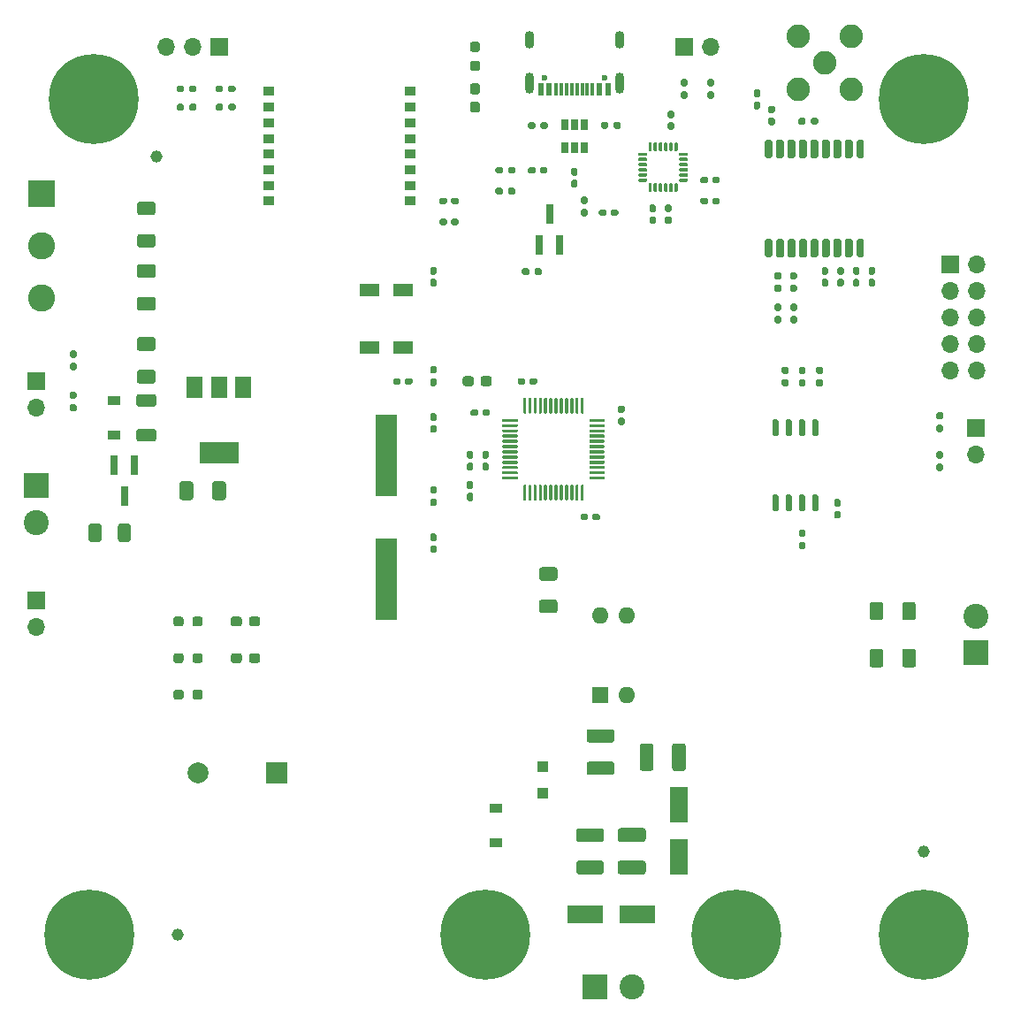
<source format=gbr>
G04 #@! TF.GenerationSoftware,KiCad,Pcbnew,(5.1.9)-1*
G04 #@! TF.CreationDate,2022-01-16T16:07:19+01:00*
G04 #@! TF.ProjectId,STM32F103C8T6,53544d33-3246-4313-9033-433854362e6b,rev?*
G04 #@! TF.SameCoordinates,Original*
G04 #@! TF.FileFunction,Soldermask,Top*
G04 #@! TF.FilePolarity,Negative*
%FSLAX46Y46*%
G04 Gerber Fmt 4.6, Leading zero omitted, Abs format (unit mm)*
G04 Created by KiCad (PCBNEW (5.1.9)-1) date 2022-01-16 16:07:19*
%MOMM*%
%LPD*%
G01*
G04 APERTURE LIST*
%ADD10R,0.600000X1.160000*%
%ADD11C,0.600000*%
%ADD12R,0.300000X1.160000*%
%ADD13O,0.900000X1.700000*%
%ADD14O,0.900000X2.000000*%
%ADD15R,1.000000X1.000000*%
%ADD16R,1.800000X3.500000*%
%ADD17R,3.500000X1.800000*%
%ADD18R,0.800000X1.900000*%
%ADD19R,2.000000X7.875000*%
%ADD20R,1.900000X1.300000*%
%ADD21C,1.152000*%
%ADD22C,0.900000*%
%ADD23C,8.600000*%
%ADD24R,1.200000X0.900000*%
%ADD25R,1.700000X1.700000*%
%ADD26O,1.700000X1.700000*%
%ADD27R,2.400000X2.400000*%
%ADD28C,2.400000*%
%ADD29R,2.600000X2.600000*%
%ADD30C,2.600000*%
%ADD31R,3.800000X2.000000*%
%ADD32R,1.500000X2.000000*%
%ADD33R,0.650000X1.060000*%
%ADD34R,1.000000X0.900000*%
%ADD35R,1.600000X1.600000*%
%ADD36O,1.600000X1.600000*%
%ADD37R,2.000000X2.000000*%
%ADD38C,2.000000*%
%ADD39C,2.250000*%
G04 APERTURE END LIST*
G36*
G01*
X129760000Y-42340000D02*
X129760000Y-42660000D01*
G75*
G02*
X129600000Y-42820000I-160000J0D01*
G01*
X129205000Y-42820000D01*
G75*
G02*
X129045000Y-42660000I0J160000D01*
G01*
X129045000Y-42340000D01*
G75*
G02*
X129205000Y-42180000I160000J0D01*
G01*
X129600000Y-42180000D01*
G75*
G02*
X129760000Y-42340000I0J-160000D01*
G01*
G37*
G36*
G01*
X130955000Y-42340000D02*
X130955000Y-42660000D01*
G75*
G02*
X130795000Y-42820000I-160000J0D01*
G01*
X130400000Y-42820000D01*
G75*
G02*
X130240000Y-42660000I0J160000D01*
G01*
X130240000Y-42340000D01*
G75*
G02*
X130400000Y-42180000I160000J0D01*
G01*
X130795000Y-42180000D01*
G75*
G02*
X130955000Y-42340000I0J-160000D01*
G01*
G37*
G36*
G01*
X123240000Y-42660000D02*
X123240000Y-42340000D01*
G75*
G02*
X123400000Y-42180000I160000J0D01*
G01*
X123795000Y-42180000D01*
G75*
G02*
X123955000Y-42340000I0J-160000D01*
G01*
X123955000Y-42660000D01*
G75*
G02*
X123795000Y-42820000I-160000J0D01*
G01*
X123400000Y-42820000D01*
G75*
G02*
X123240000Y-42660000I0J160000D01*
G01*
G37*
G36*
G01*
X122045000Y-42660000D02*
X122045000Y-42340000D01*
G75*
G02*
X122205000Y-42180000I160000J0D01*
G01*
X122600000Y-42180000D01*
G75*
G02*
X122760000Y-42340000I0J-160000D01*
G01*
X122760000Y-42660000D01*
G75*
G02*
X122600000Y-42820000I-160000J0D01*
G01*
X122205000Y-42820000D01*
G75*
G02*
X122045000Y-42660000I0J160000D01*
G01*
G37*
D10*
X123300000Y-39010000D03*
X124100000Y-39010000D03*
X123300000Y-39010000D03*
X124100000Y-39010000D03*
X129700000Y-39010000D03*
X129700000Y-39010000D03*
X128900000Y-39010000D03*
X128900000Y-39010000D03*
D11*
X129390000Y-37950000D03*
X123610000Y-37950000D03*
D12*
X124750000Y-39010000D03*
X125750000Y-39010000D03*
X125250000Y-39010000D03*
X127750000Y-39010000D03*
X128250000Y-39010000D03*
X126250000Y-39010000D03*
X126750000Y-39010000D03*
X127250000Y-39010000D03*
D13*
X122180000Y-34260000D03*
X130820000Y-34260000D03*
D14*
X122180000Y-38430000D03*
X130820000Y-38430000D03*
D15*
X123500000Y-106400000D03*
X123500000Y-103900000D03*
D16*
X136500000Y-112500000D03*
X136500000Y-107500000D03*
D17*
X127500000Y-118000000D03*
X132500000Y-118000000D03*
D18*
X124110000Y-50950000D03*
X125060000Y-53950000D03*
X123160000Y-53950000D03*
X83400000Y-78000000D03*
X82450000Y-75000000D03*
X84350000Y-75000000D03*
D19*
X108500000Y-85937500D03*
X108500000Y-74062500D03*
D20*
X110100000Y-58250000D03*
X110100000Y-63750000D03*
X106900000Y-63750000D03*
X106900000Y-58250000D03*
G36*
G01*
X119660000Y-46630000D02*
X119660000Y-46950000D01*
G75*
G02*
X119500000Y-47110000I-160000J0D01*
G01*
X119105000Y-47110000D01*
G75*
G02*
X118945000Y-46950000I0J160000D01*
G01*
X118945000Y-46630000D01*
G75*
G02*
X119105000Y-46470000I160000J0D01*
G01*
X119500000Y-46470000D01*
G75*
G02*
X119660000Y-46630000I0J-160000D01*
G01*
G37*
G36*
G01*
X120855000Y-46630000D02*
X120855000Y-46950000D01*
G75*
G02*
X120695000Y-47110000I-160000J0D01*
G01*
X120300000Y-47110000D01*
G75*
G02*
X120140000Y-46950000I0J160000D01*
G01*
X120140000Y-46630000D01*
G75*
G02*
X120300000Y-46470000I160000J0D01*
G01*
X120695000Y-46470000D01*
G75*
G02*
X120855000Y-46630000I0J-160000D01*
G01*
G37*
G36*
G01*
X127300000Y-50490000D02*
X127620000Y-50490000D01*
G75*
G02*
X127780000Y-50650000I0J-160000D01*
G01*
X127780000Y-51045000D01*
G75*
G02*
X127620000Y-51205000I-160000J0D01*
G01*
X127300000Y-51205000D01*
G75*
G02*
X127140000Y-51045000I0J160000D01*
G01*
X127140000Y-50650000D01*
G75*
G02*
X127300000Y-50490000I160000J0D01*
G01*
G37*
G36*
G01*
X127300000Y-49295000D02*
X127620000Y-49295000D01*
G75*
G02*
X127780000Y-49455000I0J-160000D01*
G01*
X127780000Y-49850000D01*
G75*
G02*
X127620000Y-50010000I-160000J0D01*
G01*
X127300000Y-50010000D01*
G75*
G02*
X127140000Y-49850000I0J160000D01*
G01*
X127140000Y-49455000D01*
G75*
G02*
X127300000Y-49295000I160000J0D01*
G01*
G37*
G36*
G01*
X123187500Y-46955000D02*
X123187500Y-46645000D01*
G75*
G02*
X123342500Y-46490000I155000J0D01*
G01*
X123767500Y-46490000D01*
G75*
G02*
X123922500Y-46645000I0J-155000D01*
G01*
X123922500Y-46955000D01*
G75*
G02*
X123767500Y-47110000I-155000J0D01*
G01*
X123342500Y-47110000D01*
G75*
G02*
X123187500Y-46955000I0J155000D01*
G01*
G37*
G36*
G01*
X122052500Y-46955000D02*
X122052500Y-46645000D01*
G75*
G02*
X122207500Y-46490000I155000J0D01*
G01*
X122632500Y-46490000D01*
G75*
G02*
X122787500Y-46645000I0J-155000D01*
G01*
X122787500Y-46955000D01*
G75*
G02*
X122632500Y-47110000I-155000J0D01*
G01*
X122207500Y-47110000D01*
G75*
G02*
X122052500Y-46955000I0J155000D01*
G01*
G37*
G36*
G01*
X129980000Y-51005000D02*
X129980000Y-50695000D01*
G75*
G02*
X130135000Y-50540000I155000J0D01*
G01*
X130560000Y-50540000D01*
G75*
G02*
X130715000Y-50695000I0J-155000D01*
G01*
X130715000Y-51005000D01*
G75*
G02*
X130560000Y-51160000I-155000J0D01*
G01*
X130135000Y-51160000D01*
G75*
G02*
X129980000Y-51005000I0J155000D01*
G01*
G37*
G36*
G01*
X128845000Y-51005000D02*
X128845000Y-50695000D01*
G75*
G02*
X129000000Y-50540000I155000J0D01*
G01*
X129425000Y-50540000D01*
G75*
G02*
X129580000Y-50695000I0J-155000D01*
G01*
X129580000Y-51005000D01*
G75*
G02*
X129425000Y-51160000I-155000J0D01*
G01*
X129000000Y-51160000D01*
G75*
G02*
X128845000Y-51005000I0J155000D01*
G01*
G37*
G36*
G01*
X124625001Y-86100000D02*
X123374999Y-86100000D01*
G75*
G02*
X123125000Y-85850001I0J249999D01*
G01*
X123125000Y-85049999D01*
G75*
G02*
X123374999Y-84800000I249999J0D01*
G01*
X124625001Y-84800000D01*
G75*
G02*
X124875000Y-85049999I0J-249999D01*
G01*
X124875000Y-85850001D01*
G75*
G02*
X124625001Y-86100000I-249999J0D01*
G01*
G37*
G36*
G01*
X124625001Y-89200000D02*
X123374999Y-89200000D01*
G75*
G02*
X123125000Y-88950001I0J249999D01*
G01*
X123125000Y-88149999D01*
G75*
G02*
X123374999Y-87900000I249999J0D01*
G01*
X124625001Y-87900000D01*
G75*
G02*
X124875000Y-88149999I0J-249999D01*
G01*
X124875000Y-88950001D01*
G75*
G02*
X124625001Y-89200000I-249999J0D01*
G01*
G37*
G36*
G01*
X127924999Y-103400000D02*
X130075001Y-103400000D01*
G75*
G02*
X130325000Y-103649999I0J-249999D01*
G01*
X130325000Y-104450001D01*
G75*
G02*
X130075001Y-104700000I-249999J0D01*
G01*
X127924999Y-104700000D01*
G75*
G02*
X127675000Y-104450001I0J249999D01*
G01*
X127675000Y-103649999D01*
G75*
G02*
X127924999Y-103400000I249999J0D01*
G01*
G37*
G36*
G01*
X127924999Y-100300000D02*
X130075001Y-100300000D01*
G75*
G02*
X130325000Y-100549999I0J-249999D01*
G01*
X130325000Y-101350001D01*
G75*
G02*
X130075001Y-101600000I-249999J0D01*
G01*
X127924999Y-101600000D01*
G75*
G02*
X127675000Y-101350001I0J249999D01*
G01*
X127675000Y-100549999D01*
G75*
G02*
X127924999Y-100300000I249999J0D01*
G01*
G37*
G36*
G01*
X126924999Y-112900000D02*
X129075001Y-112900000D01*
G75*
G02*
X129325000Y-113149999I0J-249999D01*
G01*
X129325000Y-113950001D01*
G75*
G02*
X129075001Y-114200000I-249999J0D01*
G01*
X126924999Y-114200000D01*
G75*
G02*
X126675000Y-113950001I0J249999D01*
G01*
X126675000Y-113149999D01*
G75*
G02*
X126924999Y-112900000I249999J0D01*
G01*
G37*
G36*
G01*
X126924999Y-109800000D02*
X129075001Y-109800000D01*
G75*
G02*
X129325000Y-110049999I0J-249999D01*
G01*
X129325000Y-110850001D01*
G75*
G02*
X129075001Y-111100000I-249999J0D01*
G01*
X126924999Y-111100000D01*
G75*
G02*
X126675000Y-110850001I0J249999D01*
G01*
X126675000Y-110049999D01*
G75*
G02*
X126924999Y-109800000I249999J0D01*
G01*
G37*
G36*
G01*
X135870000Y-104065001D02*
X135870000Y-101914999D01*
G75*
G02*
X136119999Y-101665000I249999J0D01*
G01*
X136920001Y-101665000D01*
G75*
G02*
X137170000Y-101914999I0J-249999D01*
G01*
X137170000Y-104065001D01*
G75*
G02*
X136920001Y-104315000I-249999J0D01*
G01*
X136119999Y-104315000D01*
G75*
G02*
X135870000Y-104065001I0J249999D01*
G01*
G37*
G36*
G01*
X132770000Y-104065001D02*
X132770000Y-101914999D01*
G75*
G02*
X133019999Y-101665000I249999J0D01*
G01*
X133820001Y-101665000D01*
G75*
G02*
X134070000Y-101914999I0J-249999D01*
G01*
X134070000Y-104065001D01*
G75*
G02*
X133820001Y-104315000I-249999J0D01*
G01*
X133019999Y-104315000D01*
G75*
G02*
X132770000Y-104065001I0J249999D01*
G01*
G37*
G36*
G01*
X84849998Y-58900000D02*
X86150002Y-58900000D01*
G75*
G02*
X86400000Y-59149998I0J-249998D01*
G01*
X86400000Y-59975002D01*
G75*
G02*
X86150002Y-60225000I-249998J0D01*
G01*
X84849998Y-60225000D01*
G75*
G02*
X84600000Y-59975002I0J249998D01*
G01*
X84600000Y-59149998D01*
G75*
G02*
X84849998Y-58900000I249998J0D01*
G01*
G37*
G36*
G01*
X84849998Y-55775000D02*
X86150002Y-55775000D01*
G75*
G02*
X86400000Y-56024998I0J-249998D01*
G01*
X86400000Y-56850002D01*
G75*
G02*
X86150002Y-57100000I-249998J0D01*
G01*
X84849998Y-57100000D01*
G75*
G02*
X84600000Y-56850002I0J249998D01*
G01*
X84600000Y-56024998D01*
G75*
G02*
X84849998Y-55775000I249998J0D01*
G01*
G37*
G36*
G01*
X130899998Y-112900000D02*
X133100002Y-112900000D01*
G75*
G02*
X133350000Y-113149998I0J-249998D01*
G01*
X133350000Y-113975002D01*
G75*
G02*
X133100002Y-114225000I-249998J0D01*
G01*
X130899998Y-114225000D01*
G75*
G02*
X130650000Y-113975002I0J249998D01*
G01*
X130650000Y-113149998D01*
G75*
G02*
X130899998Y-112900000I249998J0D01*
G01*
G37*
G36*
G01*
X130899998Y-109775000D02*
X133100002Y-109775000D01*
G75*
G02*
X133350000Y-110024998I0J-249998D01*
G01*
X133350000Y-110850002D01*
G75*
G02*
X133100002Y-111100000I-249998J0D01*
G01*
X130899998Y-111100000D01*
G75*
G02*
X130650000Y-110850002I0J249998D01*
G01*
X130650000Y-110024998D01*
G75*
G02*
X130899998Y-109775000I249998J0D01*
G01*
G37*
G36*
G01*
X157900000Y-94150002D02*
X157900000Y-92849998D01*
G75*
G02*
X158149998Y-92600000I249998J0D01*
G01*
X158975002Y-92600000D01*
G75*
G02*
X159225000Y-92849998I0J-249998D01*
G01*
X159225000Y-94150002D01*
G75*
G02*
X158975002Y-94400000I-249998J0D01*
G01*
X158149998Y-94400000D01*
G75*
G02*
X157900000Y-94150002I0J249998D01*
G01*
G37*
G36*
G01*
X154775000Y-94150002D02*
X154775000Y-92849998D01*
G75*
G02*
X155024998Y-92600000I249998J0D01*
G01*
X155850002Y-92600000D01*
G75*
G02*
X156100000Y-92849998I0J-249998D01*
G01*
X156100000Y-94150002D01*
G75*
G02*
X155850002Y-94400000I-249998J0D01*
G01*
X155024998Y-94400000D01*
G75*
G02*
X154775000Y-94150002I0J249998D01*
G01*
G37*
G36*
G01*
X149140000Y-42270000D02*
X149140000Y-41950000D01*
G75*
G02*
X149300000Y-41790000I160000J0D01*
G01*
X149695000Y-41790000D01*
G75*
G02*
X149855000Y-41950000I0J-160000D01*
G01*
X149855000Y-42270000D01*
G75*
G02*
X149695000Y-42430000I-160000J0D01*
G01*
X149300000Y-42430000D01*
G75*
G02*
X149140000Y-42270000I0J160000D01*
G01*
G37*
G36*
G01*
X147945000Y-42270000D02*
X147945000Y-41950000D01*
G75*
G02*
X148105000Y-41790000I160000J0D01*
G01*
X148500000Y-41790000D01*
G75*
G02*
X148660000Y-41950000I0J-160000D01*
G01*
X148660000Y-42270000D01*
G75*
G02*
X148500000Y-42430000I-160000J0D01*
G01*
X148105000Y-42430000D01*
G75*
G02*
X147945000Y-42270000I0J160000D01*
G01*
G37*
G36*
G01*
X147660000Y-57260000D02*
X147340000Y-57260000D01*
G75*
G02*
X147180000Y-57100000I0J160000D01*
G01*
X147180000Y-56705000D01*
G75*
G02*
X147340000Y-56545000I160000J0D01*
G01*
X147660000Y-56545000D01*
G75*
G02*
X147820000Y-56705000I0J-160000D01*
G01*
X147820000Y-57100000D01*
G75*
G02*
X147660000Y-57260000I-160000J0D01*
G01*
G37*
G36*
G01*
X147660000Y-58455000D02*
X147340000Y-58455000D01*
G75*
G02*
X147180000Y-58295000I0J160000D01*
G01*
X147180000Y-57900000D01*
G75*
G02*
X147340000Y-57740000I160000J0D01*
G01*
X147660000Y-57740000D01*
G75*
G02*
X147820000Y-57900000I0J-160000D01*
G01*
X147820000Y-58295000D01*
G75*
G02*
X147660000Y-58455000I-160000J0D01*
G01*
G37*
G36*
G01*
X146160000Y-57260000D02*
X145840000Y-57260000D01*
G75*
G02*
X145680000Y-57100000I0J160000D01*
G01*
X145680000Y-56705000D01*
G75*
G02*
X145840000Y-56545000I160000J0D01*
G01*
X146160000Y-56545000D01*
G75*
G02*
X146320000Y-56705000I0J-160000D01*
G01*
X146320000Y-57100000D01*
G75*
G02*
X146160000Y-57260000I-160000J0D01*
G01*
G37*
G36*
G01*
X146160000Y-58455000D02*
X145840000Y-58455000D01*
G75*
G02*
X145680000Y-58295000I0J160000D01*
G01*
X145680000Y-57900000D01*
G75*
G02*
X145840000Y-57740000I160000J0D01*
G01*
X146160000Y-57740000D01*
G75*
G02*
X146320000Y-57900000I0J-160000D01*
G01*
X146320000Y-58295000D01*
G75*
G02*
X146160000Y-58455000I-160000J0D01*
G01*
G37*
G36*
G01*
X157900000Y-89625001D02*
X157900000Y-88374999D01*
G75*
G02*
X158149999Y-88125000I249999J0D01*
G01*
X158950001Y-88125000D01*
G75*
G02*
X159200000Y-88374999I0J-249999D01*
G01*
X159200000Y-89625001D01*
G75*
G02*
X158950001Y-89875000I-249999J0D01*
G01*
X158149999Y-89875000D01*
G75*
G02*
X157900000Y-89625001I0J249999D01*
G01*
G37*
G36*
G01*
X154800000Y-89625001D02*
X154800000Y-88374999D01*
G75*
G02*
X155049999Y-88125000I249999J0D01*
G01*
X155850001Y-88125000D01*
G75*
G02*
X156100000Y-88374999I0J-249999D01*
G01*
X156100000Y-89625001D01*
G75*
G02*
X155850001Y-89875000I-249999J0D01*
G01*
X155049999Y-89875000D01*
G75*
G02*
X154800000Y-89625001I0J249999D01*
G01*
G37*
G36*
G01*
X86125001Y-51100000D02*
X84874999Y-51100000D01*
G75*
G02*
X84625000Y-50850001I0J249999D01*
G01*
X84625000Y-50049999D01*
G75*
G02*
X84874999Y-49800000I249999J0D01*
G01*
X86125001Y-49800000D01*
G75*
G02*
X86375000Y-50049999I0J-249999D01*
G01*
X86375000Y-50850001D01*
G75*
G02*
X86125001Y-51100000I-249999J0D01*
G01*
G37*
G36*
G01*
X86125001Y-54200000D02*
X84874999Y-54200000D01*
G75*
G02*
X84625000Y-53950001I0J249999D01*
G01*
X84625000Y-53149999D01*
G75*
G02*
X84874999Y-52900000I249999J0D01*
G01*
X86125001Y-52900000D01*
G75*
G02*
X86375000Y-53149999I0J-249999D01*
G01*
X86375000Y-53950001D01*
G75*
G02*
X86125001Y-54200000I-249999J0D01*
G01*
G37*
G36*
G01*
X84799999Y-71550000D02*
X86200001Y-71550000D01*
G75*
G02*
X86450000Y-71799999I0J-249999D01*
G01*
X86450000Y-72525001D01*
G75*
G02*
X86200001Y-72775000I-249999J0D01*
G01*
X84799999Y-72775000D01*
G75*
G02*
X84550000Y-72525001I0J249999D01*
G01*
X84550000Y-71799999D01*
G75*
G02*
X84799999Y-71550000I249999J0D01*
G01*
G37*
G36*
G01*
X84799999Y-68225000D02*
X86200001Y-68225000D01*
G75*
G02*
X86450000Y-68474999I0J-249999D01*
G01*
X86450000Y-69200001D01*
G75*
G02*
X86200001Y-69450000I-249999J0D01*
G01*
X84799999Y-69450000D01*
G75*
G02*
X84550000Y-69200001I0J249999D01*
G01*
X84550000Y-68474999D01*
G75*
G02*
X84799999Y-68225000I249999J0D01*
G01*
G37*
G36*
G01*
X144160000Y-39810000D02*
X143840000Y-39810000D01*
G75*
G02*
X143680000Y-39650000I0J160000D01*
G01*
X143680000Y-39205000D01*
G75*
G02*
X143840000Y-39045000I160000J0D01*
G01*
X144160000Y-39045000D01*
G75*
G02*
X144320000Y-39205000I0J-160000D01*
G01*
X144320000Y-39650000D01*
G75*
G02*
X144160000Y-39810000I-160000J0D01*
G01*
G37*
G36*
G01*
X144160000Y-40955000D02*
X143840000Y-40955000D01*
G75*
G02*
X143680000Y-40795000I0J160000D01*
G01*
X143680000Y-40350000D01*
G75*
G02*
X143840000Y-40190000I160000J0D01*
G01*
X144160000Y-40190000D01*
G75*
G02*
X144320000Y-40350000I0J-160000D01*
G01*
X144320000Y-40795000D01*
G75*
G02*
X144160000Y-40955000I-160000J0D01*
G01*
G37*
G36*
G01*
X116660000Y-77310000D02*
X116340000Y-77310000D01*
G75*
G02*
X116180000Y-77150000I0J160000D01*
G01*
X116180000Y-76705000D01*
G75*
G02*
X116340000Y-76545000I160000J0D01*
G01*
X116660000Y-76545000D01*
G75*
G02*
X116820000Y-76705000I0J-160000D01*
G01*
X116820000Y-77150000D01*
G75*
G02*
X116660000Y-77310000I-160000J0D01*
G01*
G37*
G36*
G01*
X116660000Y-78455000D02*
X116340000Y-78455000D01*
G75*
G02*
X116180000Y-78295000I0J160000D01*
G01*
X116180000Y-77850000D01*
G75*
G02*
X116340000Y-77690000I160000J0D01*
G01*
X116660000Y-77690000D01*
G75*
G02*
X116820000Y-77850000I0J-160000D01*
G01*
X116820000Y-78295000D01*
G75*
G02*
X116660000Y-78455000I-160000J0D01*
G01*
G37*
D21*
X160000000Y-112000000D03*
X86500000Y-45500000D03*
X88500000Y-120000000D03*
D22*
X82780419Y-37719581D03*
X80500000Y-36775000D03*
X78219581Y-37719581D03*
X77275000Y-40000000D03*
X78219581Y-42280419D03*
X80500000Y-43225000D03*
X82780419Y-42280419D03*
X83725000Y-40000000D03*
D23*
X80500000Y-40000000D03*
G36*
G01*
X86150002Y-67225000D02*
X84849998Y-67225000D01*
G75*
G02*
X84600000Y-66975002I0J249998D01*
G01*
X84600000Y-66149998D01*
G75*
G02*
X84849998Y-65900000I249998J0D01*
G01*
X86150002Y-65900000D01*
G75*
G02*
X86400000Y-66149998I0J-249998D01*
G01*
X86400000Y-66975002D01*
G75*
G02*
X86150002Y-67225000I-249998J0D01*
G01*
G37*
G36*
G01*
X86150002Y-64100000D02*
X84849998Y-64100000D01*
G75*
G02*
X84600000Y-63850002I0J249998D01*
G01*
X84600000Y-63024998D01*
G75*
G02*
X84849998Y-62775000I249998J0D01*
G01*
X86150002Y-62775000D01*
G75*
G02*
X86400000Y-63024998I0J-249998D01*
G01*
X86400000Y-63850002D01*
G75*
G02*
X86150002Y-64100000I-249998J0D01*
G01*
G37*
G36*
G01*
X90000000Y-76824998D02*
X90000000Y-78125002D01*
G75*
G02*
X89750002Y-78375000I-249998J0D01*
G01*
X88924998Y-78375000D01*
G75*
G02*
X88675000Y-78125002I0J249998D01*
G01*
X88675000Y-76824998D01*
G75*
G02*
X88924998Y-76575000I249998J0D01*
G01*
X89750002Y-76575000D01*
G75*
G02*
X90000000Y-76824998I0J-249998D01*
G01*
G37*
G36*
G01*
X93125000Y-76824998D02*
X93125000Y-78125002D01*
G75*
G02*
X92875002Y-78375000I-249998J0D01*
G01*
X92049998Y-78375000D01*
G75*
G02*
X91800000Y-78125002I0J249998D01*
G01*
X91800000Y-76824998D01*
G75*
G02*
X92049998Y-76575000I249998J0D01*
G01*
X92875002Y-76575000D01*
G75*
G02*
X93125000Y-76824998I0J-249998D01*
G01*
G37*
G36*
G01*
X118600000Y-66752500D02*
X118600000Y-67227500D01*
G75*
G02*
X118362500Y-67465000I-237500J0D01*
G01*
X117762500Y-67465000D01*
G75*
G02*
X117525000Y-67227500I0J237500D01*
G01*
X117525000Y-66752500D01*
G75*
G02*
X117762500Y-66515000I237500J0D01*
G01*
X118362500Y-66515000D01*
G75*
G02*
X118600000Y-66752500I0J-237500D01*
G01*
G37*
G36*
G01*
X116875000Y-66752500D02*
X116875000Y-67227500D01*
G75*
G02*
X116637500Y-67465000I-237500J0D01*
G01*
X116037500Y-67465000D01*
G75*
G02*
X115800000Y-67227500I0J237500D01*
G01*
X115800000Y-66752500D01*
G75*
G02*
X116037500Y-66515000I237500J0D01*
G01*
X116637500Y-66515000D01*
G75*
G02*
X116875000Y-66752500I0J-237500D01*
G01*
G37*
G36*
G01*
X118435000Y-69845000D02*
X118435000Y-70155000D01*
G75*
G02*
X118280000Y-70310000I-155000J0D01*
G01*
X117855000Y-70310000D01*
G75*
G02*
X117700000Y-70155000I0J155000D01*
G01*
X117700000Y-69845000D01*
G75*
G02*
X117855000Y-69690000I155000J0D01*
G01*
X118280000Y-69690000D01*
G75*
G02*
X118435000Y-69845000I0J-155000D01*
G01*
G37*
G36*
G01*
X117300000Y-69845000D02*
X117300000Y-70155000D01*
G75*
G02*
X117145000Y-70310000I-155000J0D01*
G01*
X116720000Y-70310000D01*
G75*
G02*
X116565000Y-70155000I0J155000D01*
G01*
X116565000Y-69845000D01*
G75*
G02*
X116720000Y-69690000I155000J0D01*
G01*
X117145000Y-69690000D01*
G75*
G02*
X117300000Y-69845000I0J-155000D01*
G01*
G37*
G36*
G01*
X122200000Y-67155000D02*
X122200000Y-66845000D01*
G75*
G02*
X122355000Y-66690000I155000J0D01*
G01*
X122780000Y-66690000D01*
G75*
G02*
X122935000Y-66845000I0J-155000D01*
G01*
X122935000Y-67155000D01*
G75*
G02*
X122780000Y-67310000I-155000J0D01*
G01*
X122355000Y-67310000D01*
G75*
G02*
X122200000Y-67155000I0J155000D01*
G01*
G37*
G36*
G01*
X121065000Y-67155000D02*
X121065000Y-66845000D01*
G75*
G02*
X121220000Y-66690000I155000J0D01*
G01*
X121645000Y-66690000D01*
G75*
G02*
X121800000Y-66845000I0J-155000D01*
G01*
X121800000Y-67155000D01*
G75*
G02*
X121645000Y-67310000I-155000J0D01*
G01*
X121220000Y-67310000D01*
G75*
G02*
X121065000Y-67155000I0J155000D01*
G01*
G37*
G36*
G01*
X130845000Y-69315000D02*
X131155000Y-69315000D01*
G75*
G02*
X131310000Y-69470000I0J-155000D01*
G01*
X131310000Y-69895000D01*
G75*
G02*
X131155000Y-70050000I-155000J0D01*
G01*
X130845000Y-70050000D01*
G75*
G02*
X130690000Y-69895000I0J155000D01*
G01*
X130690000Y-69470000D01*
G75*
G02*
X130845000Y-69315000I155000J0D01*
G01*
G37*
G36*
G01*
X130845000Y-70450000D02*
X131155000Y-70450000D01*
G75*
G02*
X131310000Y-70605000I0J-155000D01*
G01*
X131310000Y-71030000D01*
G75*
G02*
X131155000Y-71185000I-155000J0D01*
G01*
X130845000Y-71185000D01*
G75*
G02*
X130690000Y-71030000I0J155000D01*
G01*
X130690000Y-70605000D01*
G75*
G02*
X130845000Y-70450000I155000J0D01*
G01*
G37*
G36*
G01*
X127820000Y-79845000D02*
X127820000Y-80155000D01*
G75*
G02*
X127665000Y-80310000I-155000J0D01*
G01*
X127240000Y-80310000D01*
G75*
G02*
X127085000Y-80155000I0J155000D01*
G01*
X127085000Y-79845000D01*
G75*
G02*
X127240000Y-79690000I155000J0D01*
G01*
X127665000Y-79690000D01*
G75*
G02*
X127820000Y-79845000I0J-155000D01*
G01*
G37*
G36*
G01*
X128955000Y-79845000D02*
X128955000Y-80155000D01*
G75*
G02*
X128800000Y-80310000I-155000J0D01*
G01*
X128375000Y-80310000D01*
G75*
G02*
X128220000Y-80155000I0J155000D01*
G01*
X128220000Y-79845000D01*
G75*
G02*
X128375000Y-79690000I155000J0D01*
G01*
X128800000Y-79690000D01*
G75*
G02*
X128955000Y-79845000I0J-155000D01*
G01*
G37*
G36*
G01*
X116655000Y-75535000D02*
X116345000Y-75535000D01*
G75*
G02*
X116190000Y-75380000I0J155000D01*
G01*
X116190000Y-74955000D01*
G75*
G02*
X116345000Y-74800000I155000J0D01*
G01*
X116655000Y-74800000D01*
G75*
G02*
X116810000Y-74955000I0J-155000D01*
G01*
X116810000Y-75380000D01*
G75*
G02*
X116655000Y-75535000I-155000J0D01*
G01*
G37*
G36*
G01*
X116655000Y-74400000D02*
X116345000Y-74400000D01*
G75*
G02*
X116190000Y-74245000I0J155000D01*
G01*
X116190000Y-73820000D01*
G75*
G02*
X116345000Y-73665000I155000J0D01*
G01*
X116655000Y-73665000D01*
G75*
G02*
X116810000Y-73820000I0J-155000D01*
G01*
X116810000Y-74245000D01*
G75*
G02*
X116655000Y-74400000I-155000J0D01*
G01*
G37*
G36*
G01*
X118155000Y-74400000D02*
X117845000Y-74400000D01*
G75*
G02*
X117690000Y-74245000I0J155000D01*
G01*
X117690000Y-73820000D01*
G75*
G02*
X117845000Y-73665000I155000J0D01*
G01*
X118155000Y-73665000D01*
G75*
G02*
X118310000Y-73820000I0J-155000D01*
G01*
X118310000Y-74245000D01*
G75*
G02*
X118155000Y-74400000I-155000J0D01*
G01*
G37*
G36*
G01*
X118155000Y-75535000D02*
X117845000Y-75535000D01*
G75*
G02*
X117690000Y-75380000I0J155000D01*
G01*
X117690000Y-74955000D01*
G75*
G02*
X117845000Y-74800000I155000J0D01*
G01*
X118155000Y-74800000D01*
G75*
G02*
X118310000Y-74955000I0J-155000D01*
G01*
X118310000Y-75380000D01*
G75*
G02*
X118155000Y-75535000I-155000J0D01*
G01*
G37*
G36*
G01*
X151535000Y-79410000D02*
X151845000Y-79410000D01*
G75*
G02*
X152000000Y-79565000I0J-155000D01*
G01*
X152000000Y-79990000D01*
G75*
G02*
X151845000Y-80145000I-155000J0D01*
G01*
X151535000Y-80145000D01*
G75*
G02*
X151380000Y-79990000I0J155000D01*
G01*
X151380000Y-79565000D01*
G75*
G02*
X151535000Y-79410000I155000J0D01*
G01*
G37*
G36*
G01*
X151535000Y-78275000D02*
X151845000Y-78275000D01*
G75*
G02*
X152000000Y-78430000I0J-155000D01*
G01*
X152000000Y-78855000D01*
G75*
G02*
X151845000Y-79010000I-155000J0D01*
G01*
X151535000Y-79010000D01*
G75*
G02*
X151380000Y-78855000I0J155000D01*
G01*
X151380000Y-78430000D01*
G75*
G02*
X151535000Y-78275000I155000J0D01*
G01*
G37*
G36*
G01*
X113155000Y-71935000D02*
X112845000Y-71935000D01*
G75*
G02*
X112690000Y-71780000I0J155000D01*
G01*
X112690000Y-71355000D01*
G75*
G02*
X112845000Y-71200000I155000J0D01*
G01*
X113155000Y-71200000D01*
G75*
G02*
X113310000Y-71355000I0J-155000D01*
G01*
X113310000Y-71780000D01*
G75*
G02*
X113155000Y-71935000I-155000J0D01*
G01*
G37*
G36*
G01*
X113155000Y-70800000D02*
X112845000Y-70800000D01*
G75*
G02*
X112690000Y-70645000I0J155000D01*
G01*
X112690000Y-70220000D01*
G75*
G02*
X112845000Y-70065000I155000J0D01*
G01*
X113155000Y-70065000D01*
G75*
G02*
X113310000Y-70220000I0J-155000D01*
G01*
X113310000Y-70645000D01*
G75*
G02*
X113155000Y-70800000I-155000J0D01*
G01*
G37*
G36*
G01*
X113155000Y-57935000D02*
X112845000Y-57935000D01*
G75*
G02*
X112690000Y-57780000I0J155000D01*
G01*
X112690000Y-57355000D01*
G75*
G02*
X112845000Y-57200000I155000J0D01*
G01*
X113155000Y-57200000D01*
G75*
G02*
X113310000Y-57355000I0J-155000D01*
G01*
X113310000Y-57780000D01*
G75*
G02*
X113155000Y-57935000I-155000J0D01*
G01*
G37*
G36*
G01*
X113155000Y-56800000D02*
X112845000Y-56800000D01*
G75*
G02*
X112690000Y-56645000I0J155000D01*
G01*
X112690000Y-56220000D01*
G75*
G02*
X112845000Y-56065000I155000J0D01*
G01*
X113155000Y-56065000D01*
G75*
G02*
X113310000Y-56220000I0J-155000D01*
G01*
X113310000Y-56645000D01*
G75*
G02*
X113155000Y-56800000I-155000J0D01*
G01*
G37*
G36*
G01*
X112845000Y-82700000D02*
X113155000Y-82700000D01*
G75*
G02*
X113310000Y-82855000I0J-155000D01*
G01*
X113310000Y-83280000D01*
G75*
G02*
X113155000Y-83435000I-155000J0D01*
G01*
X112845000Y-83435000D01*
G75*
G02*
X112690000Y-83280000I0J155000D01*
G01*
X112690000Y-82855000D01*
G75*
G02*
X112845000Y-82700000I155000J0D01*
G01*
G37*
G36*
G01*
X112845000Y-81565000D02*
X113155000Y-81565000D01*
G75*
G02*
X113310000Y-81720000I0J-155000D01*
G01*
X113310000Y-82145000D01*
G75*
G02*
X113155000Y-82300000I-155000J0D01*
G01*
X112845000Y-82300000D01*
G75*
G02*
X112690000Y-82145000I0J155000D01*
G01*
X112690000Y-81720000D01*
G75*
G02*
X112845000Y-81565000I155000J0D01*
G01*
G37*
G36*
G01*
X109870000Y-66845000D02*
X109870000Y-67155000D01*
G75*
G02*
X109715000Y-67310000I-155000J0D01*
G01*
X109290000Y-67310000D01*
G75*
G02*
X109135000Y-67155000I0J155000D01*
G01*
X109135000Y-66845000D01*
G75*
G02*
X109290000Y-66690000I155000J0D01*
G01*
X109715000Y-66690000D01*
G75*
G02*
X109870000Y-66845000I0J-155000D01*
G01*
G37*
G36*
G01*
X111005000Y-66845000D02*
X111005000Y-67155000D01*
G75*
G02*
X110850000Y-67310000I-155000J0D01*
G01*
X110425000Y-67310000D01*
G75*
G02*
X110270000Y-67155000I0J155000D01*
G01*
X110270000Y-66845000D01*
G75*
G02*
X110425000Y-66690000I155000J0D01*
G01*
X110850000Y-66690000D01*
G75*
G02*
X111005000Y-66845000I0J-155000D01*
G01*
G37*
G36*
G01*
X126345000Y-47700000D02*
X126655000Y-47700000D01*
G75*
G02*
X126810000Y-47855000I0J-155000D01*
G01*
X126810000Y-48280000D01*
G75*
G02*
X126655000Y-48435000I-155000J0D01*
G01*
X126345000Y-48435000D01*
G75*
G02*
X126190000Y-48280000I0J155000D01*
G01*
X126190000Y-47855000D01*
G75*
G02*
X126345000Y-47700000I155000J0D01*
G01*
G37*
G36*
G01*
X126345000Y-46565000D02*
X126655000Y-46565000D01*
G75*
G02*
X126810000Y-46720000I0J-155000D01*
G01*
X126810000Y-47145000D01*
G75*
G02*
X126655000Y-47300000I-155000J0D01*
G01*
X126345000Y-47300000D01*
G75*
G02*
X126190000Y-47145000I0J155000D01*
G01*
X126190000Y-46720000D01*
G75*
G02*
X126345000Y-46565000I155000J0D01*
G01*
G37*
G36*
G01*
X138565000Y-49895000D02*
X138565000Y-49585000D01*
G75*
G02*
X138720000Y-49430000I155000J0D01*
G01*
X139145000Y-49430000D01*
G75*
G02*
X139300000Y-49585000I0J-155000D01*
G01*
X139300000Y-49895000D01*
G75*
G02*
X139145000Y-50050000I-155000J0D01*
G01*
X138720000Y-50050000D01*
G75*
G02*
X138565000Y-49895000I0J155000D01*
G01*
G37*
G36*
G01*
X139700000Y-49895000D02*
X139700000Y-49585000D01*
G75*
G02*
X139855000Y-49430000I155000J0D01*
G01*
X140280000Y-49430000D01*
G75*
G02*
X140435000Y-49585000I0J-155000D01*
G01*
X140435000Y-49895000D01*
G75*
G02*
X140280000Y-50050000I-155000J0D01*
G01*
X139855000Y-50050000D01*
G75*
G02*
X139700000Y-49895000I0J155000D01*
G01*
G37*
G36*
G01*
X133845000Y-51200000D02*
X134155000Y-51200000D01*
G75*
G02*
X134310000Y-51355000I0J-155000D01*
G01*
X134310000Y-51780000D01*
G75*
G02*
X134155000Y-51935000I-155000J0D01*
G01*
X133845000Y-51935000D01*
G75*
G02*
X133690000Y-51780000I0J155000D01*
G01*
X133690000Y-51355000D01*
G75*
G02*
X133845000Y-51200000I155000J0D01*
G01*
G37*
G36*
G01*
X133845000Y-50065000D02*
X134155000Y-50065000D01*
G75*
G02*
X134310000Y-50220000I0J-155000D01*
G01*
X134310000Y-50645000D01*
G75*
G02*
X134155000Y-50800000I-155000J0D01*
G01*
X133845000Y-50800000D01*
G75*
G02*
X133690000Y-50645000I0J155000D01*
G01*
X133690000Y-50220000D01*
G75*
G02*
X133845000Y-50065000I155000J0D01*
G01*
G37*
G36*
G01*
X138565000Y-47895000D02*
X138565000Y-47585000D01*
G75*
G02*
X138720000Y-47430000I155000J0D01*
G01*
X139145000Y-47430000D01*
G75*
G02*
X139300000Y-47585000I0J-155000D01*
G01*
X139300000Y-47895000D01*
G75*
G02*
X139145000Y-48050000I-155000J0D01*
G01*
X138720000Y-48050000D01*
G75*
G02*
X138565000Y-47895000I0J155000D01*
G01*
G37*
G36*
G01*
X139700000Y-47895000D02*
X139700000Y-47585000D01*
G75*
G02*
X139855000Y-47430000I155000J0D01*
G01*
X140280000Y-47430000D01*
G75*
G02*
X140435000Y-47585000I0J-155000D01*
G01*
X140435000Y-47895000D01*
G75*
G02*
X140280000Y-48050000I-155000J0D01*
G01*
X139855000Y-48050000D01*
G75*
G02*
X139700000Y-47895000I0J155000D01*
G01*
G37*
G36*
G01*
X135345000Y-51200000D02*
X135655000Y-51200000D01*
G75*
G02*
X135810000Y-51355000I0J-155000D01*
G01*
X135810000Y-51780000D01*
G75*
G02*
X135655000Y-51935000I-155000J0D01*
G01*
X135345000Y-51935000D01*
G75*
G02*
X135190000Y-51780000I0J155000D01*
G01*
X135190000Y-51355000D01*
G75*
G02*
X135345000Y-51200000I155000J0D01*
G01*
G37*
G36*
G01*
X135345000Y-50065000D02*
X135655000Y-50065000D01*
G75*
G02*
X135810000Y-50220000I0J-155000D01*
G01*
X135810000Y-50645000D01*
G75*
G02*
X135655000Y-50800000I-155000J0D01*
G01*
X135345000Y-50800000D01*
G75*
G02*
X135190000Y-50645000I0J155000D01*
G01*
X135190000Y-50220000D01*
G75*
G02*
X135345000Y-50065000I155000J0D01*
G01*
G37*
G36*
G01*
X135905000Y-42935000D02*
X135595000Y-42935000D01*
G75*
G02*
X135440000Y-42780000I0J155000D01*
G01*
X135440000Y-42355000D01*
G75*
G02*
X135595000Y-42200000I155000J0D01*
G01*
X135905000Y-42200000D01*
G75*
G02*
X136060000Y-42355000I0J-155000D01*
G01*
X136060000Y-42780000D01*
G75*
G02*
X135905000Y-42935000I-155000J0D01*
G01*
G37*
G36*
G01*
X135905000Y-41800000D02*
X135595000Y-41800000D01*
G75*
G02*
X135440000Y-41645000I0J155000D01*
G01*
X135440000Y-41220000D01*
G75*
G02*
X135595000Y-41065000I155000J0D01*
G01*
X135905000Y-41065000D01*
G75*
G02*
X136060000Y-41220000I0J-155000D01*
G01*
X136060000Y-41645000D01*
G75*
G02*
X135905000Y-41800000I-155000J0D01*
G01*
G37*
G36*
G01*
X114700000Y-49895000D02*
X114700000Y-49585000D01*
G75*
G02*
X114855000Y-49430000I155000J0D01*
G01*
X115280000Y-49430000D01*
G75*
G02*
X115435000Y-49585000I0J-155000D01*
G01*
X115435000Y-49895000D01*
G75*
G02*
X115280000Y-50050000I-155000J0D01*
G01*
X114855000Y-50050000D01*
G75*
G02*
X114700000Y-49895000I0J155000D01*
G01*
G37*
G36*
G01*
X113565000Y-49895000D02*
X113565000Y-49585000D01*
G75*
G02*
X113720000Y-49430000I155000J0D01*
G01*
X114145000Y-49430000D01*
G75*
G02*
X114300000Y-49585000I0J-155000D01*
G01*
X114300000Y-49895000D01*
G75*
G02*
X114145000Y-50050000I-155000J0D01*
G01*
X113720000Y-50050000D01*
G75*
G02*
X113565000Y-49895000I0J155000D01*
G01*
G37*
G36*
G01*
X113565000Y-51895000D02*
X113565000Y-51585000D01*
G75*
G02*
X113720000Y-51430000I155000J0D01*
G01*
X114145000Y-51430000D01*
G75*
G02*
X114300000Y-51585000I0J-155000D01*
G01*
X114300000Y-51895000D01*
G75*
G02*
X114145000Y-52050000I-155000J0D01*
G01*
X113720000Y-52050000D01*
G75*
G02*
X113565000Y-51895000I0J155000D01*
G01*
G37*
G36*
G01*
X114700000Y-51895000D02*
X114700000Y-51585000D01*
G75*
G02*
X114855000Y-51430000I155000J0D01*
G01*
X115280000Y-51430000D01*
G75*
G02*
X115435000Y-51585000I0J-155000D01*
G01*
X115435000Y-51895000D01*
G75*
G02*
X115280000Y-52050000I-155000J0D01*
G01*
X114855000Y-52050000D01*
G75*
G02*
X114700000Y-51895000I0J155000D01*
G01*
G37*
G36*
G01*
X154845000Y-56065000D02*
X155155000Y-56065000D01*
G75*
G02*
X155310000Y-56220000I0J-155000D01*
G01*
X155310000Y-56645000D01*
G75*
G02*
X155155000Y-56800000I-155000J0D01*
G01*
X154845000Y-56800000D01*
G75*
G02*
X154690000Y-56645000I0J155000D01*
G01*
X154690000Y-56220000D01*
G75*
G02*
X154845000Y-56065000I155000J0D01*
G01*
G37*
G36*
G01*
X154845000Y-57200000D02*
X155155000Y-57200000D01*
G75*
G02*
X155310000Y-57355000I0J-155000D01*
G01*
X155310000Y-57780000D01*
G75*
G02*
X155155000Y-57935000I-155000J0D01*
G01*
X154845000Y-57935000D01*
G75*
G02*
X154690000Y-57780000I0J155000D01*
G01*
X154690000Y-57355000D01*
G75*
G02*
X154845000Y-57200000I155000J0D01*
G01*
G37*
G36*
G01*
X150345000Y-57200000D02*
X150655000Y-57200000D01*
G75*
G02*
X150810000Y-57355000I0J-155000D01*
G01*
X150810000Y-57780000D01*
G75*
G02*
X150655000Y-57935000I-155000J0D01*
G01*
X150345000Y-57935000D01*
G75*
G02*
X150190000Y-57780000I0J155000D01*
G01*
X150190000Y-57355000D01*
G75*
G02*
X150345000Y-57200000I155000J0D01*
G01*
G37*
G36*
G01*
X150345000Y-56065000D02*
X150655000Y-56065000D01*
G75*
G02*
X150810000Y-56220000I0J-155000D01*
G01*
X150810000Y-56645000D01*
G75*
G02*
X150655000Y-56800000I-155000J0D01*
G01*
X150345000Y-56800000D01*
G75*
G02*
X150190000Y-56645000I0J155000D01*
G01*
X150190000Y-56220000D01*
G75*
G02*
X150345000Y-56065000I155000J0D01*
G01*
G37*
G36*
G01*
X151845000Y-56065000D02*
X152155000Y-56065000D01*
G75*
G02*
X152310000Y-56220000I0J-155000D01*
G01*
X152310000Y-56645000D01*
G75*
G02*
X152155000Y-56800000I-155000J0D01*
G01*
X151845000Y-56800000D01*
G75*
G02*
X151690000Y-56645000I0J155000D01*
G01*
X151690000Y-56220000D01*
G75*
G02*
X151845000Y-56065000I155000J0D01*
G01*
G37*
G36*
G01*
X151845000Y-57200000D02*
X152155000Y-57200000D01*
G75*
G02*
X152310000Y-57355000I0J-155000D01*
G01*
X152310000Y-57780000D01*
G75*
G02*
X152155000Y-57935000I-155000J0D01*
G01*
X151845000Y-57935000D01*
G75*
G02*
X151690000Y-57780000I0J155000D01*
G01*
X151690000Y-57355000D01*
G75*
G02*
X151845000Y-57200000I155000J0D01*
G01*
G37*
G36*
G01*
X153345000Y-57200000D02*
X153655000Y-57200000D01*
G75*
G02*
X153810000Y-57355000I0J-155000D01*
G01*
X153810000Y-57780000D01*
G75*
G02*
X153655000Y-57935000I-155000J0D01*
G01*
X153345000Y-57935000D01*
G75*
G02*
X153190000Y-57780000I0J155000D01*
G01*
X153190000Y-57355000D01*
G75*
G02*
X153345000Y-57200000I155000J0D01*
G01*
G37*
G36*
G01*
X153345000Y-56065000D02*
X153655000Y-56065000D01*
G75*
G02*
X153810000Y-56220000I0J-155000D01*
G01*
X153810000Y-56645000D01*
G75*
G02*
X153655000Y-56800000I-155000J0D01*
G01*
X153345000Y-56800000D01*
G75*
G02*
X153190000Y-56645000I0J155000D01*
G01*
X153190000Y-56220000D01*
G75*
G02*
X153345000Y-56065000I155000J0D01*
G01*
G37*
G36*
G01*
X145545000Y-42485000D02*
X145235000Y-42485000D01*
G75*
G02*
X145080000Y-42330000I0J155000D01*
G01*
X145080000Y-41905000D01*
G75*
G02*
X145235000Y-41750000I155000J0D01*
G01*
X145545000Y-41750000D01*
G75*
G02*
X145700000Y-41905000I0J-155000D01*
G01*
X145700000Y-42330000D01*
G75*
G02*
X145545000Y-42485000I-155000J0D01*
G01*
G37*
G36*
G01*
X145545000Y-41350000D02*
X145235000Y-41350000D01*
G75*
G02*
X145080000Y-41195000I0J155000D01*
G01*
X145080000Y-40770000D01*
G75*
G02*
X145235000Y-40615000I155000J0D01*
G01*
X145545000Y-40615000D01*
G75*
G02*
X145700000Y-40770000I0J-155000D01*
G01*
X145700000Y-41195000D01*
G75*
G02*
X145545000Y-41350000I-155000J0D01*
G01*
G37*
D24*
X82450000Y-68850000D03*
X82450000Y-72150000D03*
G36*
G01*
X95350000Y-90237500D02*
X95350000Y-89762500D01*
G75*
G02*
X95587500Y-89525000I237500J0D01*
G01*
X96162500Y-89525000D01*
G75*
G02*
X96400000Y-89762500I0J-237500D01*
G01*
X96400000Y-90237500D01*
G75*
G02*
X96162500Y-90475000I-237500J0D01*
G01*
X95587500Y-90475000D01*
G75*
G02*
X95350000Y-90237500I0J237500D01*
G01*
G37*
G36*
G01*
X93600000Y-90237500D02*
X93600000Y-89762500D01*
G75*
G02*
X93837500Y-89525000I237500J0D01*
G01*
X94412500Y-89525000D01*
G75*
G02*
X94650000Y-89762500I0J-237500D01*
G01*
X94650000Y-90237500D01*
G75*
G02*
X94412500Y-90475000I-237500J0D01*
G01*
X93837500Y-90475000D01*
G75*
G02*
X93600000Y-90237500I0J237500D01*
G01*
G37*
G36*
G01*
X93600000Y-93737500D02*
X93600000Y-93262500D01*
G75*
G02*
X93837500Y-93025000I237500J0D01*
G01*
X94412500Y-93025000D01*
G75*
G02*
X94650000Y-93262500I0J-237500D01*
G01*
X94650000Y-93737500D01*
G75*
G02*
X94412500Y-93975000I-237500J0D01*
G01*
X93837500Y-93975000D01*
G75*
G02*
X93600000Y-93737500I0J237500D01*
G01*
G37*
G36*
G01*
X95350000Y-93737500D02*
X95350000Y-93262500D01*
G75*
G02*
X95587500Y-93025000I237500J0D01*
G01*
X96162500Y-93025000D01*
G75*
G02*
X96400000Y-93262500I0J-237500D01*
G01*
X96400000Y-93737500D01*
G75*
G02*
X96162500Y-93975000I-237500J0D01*
G01*
X95587500Y-93975000D01*
G75*
G02*
X95350000Y-93737500I0J237500D01*
G01*
G37*
G36*
G01*
X116752500Y-38480000D02*
X117227500Y-38480000D01*
G75*
G02*
X117465000Y-38717500I0J-237500D01*
G01*
X117465000Y-39292500D01*
G75*
G02*
X117227500Y-39530000I-237500J0D01*
G01*
X116752500Y-39530000D01*
G75*
G02*
X116515000Y-39292500I0J237500D01*
G01*
X116515000Y-38717500D01*
G75*
G02*
X116752500Y-38480000I237500J0D01*
G01*
G37*
G36*
G01*
X116752500Y-40230000D02*
X117227500Y-40230000D01*
G75*
G02*
X117465000Y-40467500I0J-237500D01*
G01*
X117465000Y-41042500D01*
G75*
G02*
X117227500Y-41280000I-237500J0D01*
G01*
X116752500Y-41280000D01*
G75*
G02*
X116515000Y-41042500I0J237500D01*
G01*
X116515000Y-40467500D01*
G75*
G02*
X116752500Y-40230000I237500J0D01*
G01*
G37*
X119000000Y-107850000D03*
X119000000Y-111150000D03*
G36*
G01*
X84025000Y-80875000D02*
X84025000Y-82125000D01*
G75*
G02*
X83775000Y-82375000I-250000J0D01*
G01*
X83025000Y-82375000D01*
G75*
G02*
X82775000Y-82125000I0J250000D01*
G01*
X82775000Y-80875000D01*
G75*
G02*
X83025000Y-80625000I250000J0D01*
G01*
X83775000Y-80625000D01*
G75*
G02*
X84025000Y-80875000I0J-250000D01*
G01*
G37*
G36*
G01*
X81225000Y-80875000D02*
X81225000Y-82125000D01*
G75*
G02*
X80975000Y-82375000I-250000J0D01*
G01*
X80225000Y-82375000D01*
G75*
G02*
X79975000Y-82125000I0J250000D01*
G01*
X79975000Y-80875000D01*
G75*
G02*
X80225000Y-80625000I250000J0D01*
G01*
X80975000Y-80625000D01*
G75*
G02*
X81225000Y-80875000I0J-250000D01*
G01*
G37*
D22*
X82280419Y-117719581D03*
X80000000Y-116775000D03*
X77719581Y-117719581D03*
X76775000Y-120000000D03*
X77719581Y-122280419D03*
X80000000Y-123225000D03*
X82280419Y-122280419D03*
X83225000Y-120000000D03*
D23*
X80000000Y-120000000D03*
X160000000Y-120000000D03*
D22*
X163225000Y-120000000D03*
X162280419Y-122280419D03*
X160000000Y-123225000D03*
X157719581Y-122280419D03*
X156775000Y-120000000D03*
X157719581Y-117719581D03*
X160000000Y-116775000D03*
X162280419Y-117719581D03*
X162280419Y-37719581D03*
X160000000Y-36775000D03*
X157719581Y-37719581D03*
X156775000Y-40000000D03*
X157719581Y-42280419D03*
X160000000Y-43225000D03*
X162280419Y-42280419D03*
X163225000Y-40000000D03*
D23*
X160000000Y-40000000D03*
X118000000Y-120000000D03*
D22*
X121225000Y-120000000D03*
X120280419Y-122280419D03*
X118000000Y-123225000D03*
X115719581Y-122280419D03*
X114775000Y-120000000D03*
X115719581Y-117719581D03*
X118000000Y-116775000D03*
X120280419Y-117719581D03*
X144280419Y-117719581D03*
X142000000Y-116775000D03*
X139719581Y-117719581D03*
X138775000Y-120000000D03*
X139719581Y-122280419D03*
X142000000Y-123225000D03*
X144280419Y-122280419D03*
X145225000Y-120000000D03*
D23*
X142000000Y-120000000D03*
D25*
X75000000Y-67000000D03*
D26*
X75000000Y-69540000D03*
D27*
X75000000Y-77000000D03*
D28*
X75000000Y-80500000D03*
D26*
X139540000Y-35000000D03*
D25*
X137000000Y-35000000D03*
D27*
X165000000Y-93000000D03*
D28*
X165000000Y-89500000D03*
D25*
X162500000Y-55840000D03*
D26*
X165040000Y-55840000D03*
X162500000Y-58380000D03*
X165040000Y-58380000D03*
X162500000Y-60920000D03*
X165040000Y-60920000D03*
X162500000Y-63460000D03*
X165040000Y-63460000D03*
X162500000Y-66000000D03*
X165040000Y-66000000D03*
D25*
X165000000Y-71500000D03*
D26*
X165000000Y-74040000D03*
D29*
X75500000Y-49000000D03*
D30*
X75500000Y-54000000D03*
X75500000Y-59000000D03*
D25*
X92500000Y-35000000D03*
D26*
X89960000Y-35000000D03*
X87420000Y-35000000D03*
D28*
X132000000Y-125000000D03*
D27*
X128500000Y-125000000D03*
D26*
X74975000Y-90490000D03*
D25*
X74975000Y-87950000D03*
G36*
G01*
X90900000Y-89762500D02*
X90900000Y-90237500D01*
G75*
G02*
X90662500Y-90475000I-237500J0D01*
G01*
X90162500Y-90475000D01*
G75*
G02*
X89925000Y-90237500I0J237500D01*
G01*
X89925000Y-89762500D01*
G75*
G02*
X90162500Y-89525000I237500J0D01*
G01*
X90662500Y-89525000D01*
G75*
G02*
X90900000Y-89762500I0J-237500D01*
G01*
G37*
G36*
G01*
X89075000Y-89762500D02*
X89075000Y-90237500D01*
G75*
G02*
X88837500Y-90475000I-237500J0D01*
G01*
X88337500Y-90475000D01*
G75*
G02*
X88100000Y-90237500I0J237500D01*
G01*
X88100000Y-89762500D01*
G75*
G02*
X88337500Y-89525000I237500J0D01*
G01*
X88837500Y-89525000D01*
G75*
G02*
X89075000Y-89762500I0J-237500D01*
G01*
G37*
G36*
G01*
X136840000Y-38045000D02*
X137160000Y-38045000D01*
G75*
G02*
X137320000Y-38205000I0J-160000D01*
G01*
X137320000Y-38600000D01*
G75*
G02*
X137160000Y-38760000I-160000J0D01*
G01*
X136840000Y-38760000D01*
G75*
G02*
X136680000Y-38600000I0J160000D01*
G01*
X136680000Y-38205000D01*
G75*
G02*
X136840000Y-38045000I160000J0D01*
G01*
G37*
G36*
G01*
X136840000Y-39240000D02*
X137160000Y-39240000D01*
G75*
G02*
X137320000Y-39400000I0J-160000D01*
G01*
X137320000Y-39795000D01*
G75*
G02*
X137160000Y-39955000I-160000J0D01*
G01*
X136840000Y-39955000D01*
G75*
G02*
X136680000Y-39795000I0J160000D01*
G01*
X136680000Y-39400000D01*
G75*
G02*
X136840000Y-39240000I160000J0D01*
G01*
G37*
G36*
G01*
X139380000Y-39240000D02*
X139700000Y-39240000D01*
G75*
G02*
X139860000Y-39400000I0J-160000D01*
G01*
X139860000Y-39795000D01*
G75*
G02*
X139700000Y-39955000I-160000J0D01*
G01*
X139380000Y-39955000D01*
G75*
G02*
X139220000Y-39795000I0J160000D01*
G01*
X139220000Y-39400000D01*
G75*
G02*
X139380000Y-39240000I160000J0D01*
G01*
G37*
G36*
G01*
X139380000Y-38045000D02*
X139700000Y-38045000D01*
G75*
G02*
X139860000Y-38205000I0J-160000D01*
G01*
X139860000Y-38600000D01*
G75*
G02*
X139700000Y-38760000I-160000J0D01*
G01*
X139380000Y-38760000D01*
G75*
G02*
X139220000Y-38600000I0J160000D01*
G01*
X139220000Y-38205000D01*
G75*
G02*
X139380000Y-38045000I160000J0D01*
G01*
G37*
G36*
G01*
X161660000Y-71855000D02*
X161340000Y-71855000D01*
G75*
G02*
X161180000Y-71695000I0J160000D01*
G01*
X161180000Y-71300000D01*
G75*
G02*
X161340000Y-71140000I160000J0D01*
G01*
X161660000Y-71140000D01*
G75*
G02*
X161820000Y-71300000I0J-160000D01*
G01*
X161820000Y-71695000D01*
G75*
G02*
X161660000Y-71855000I-160000J0D01*
G01*
G37*
G36*
G01*
X161660000Y-70660000D02*
X161340000Y-70660000D01*
G75*
G02*
X161180000Y-70500000I0J160000D01*
G01*
X161180000Y-70105000D01*
G75*
G02*
X161340000Y-69945000I160000J0D01*
G01*
X161660000Y-69945000D01*
G75*
G02*
X161820000Y-70105000I0J-160000D01*
G01*
X161820000Y-70500000D01*
G75*
G02*
X161660000Y-70660000I-160000J0D01*
G01*
G37*
G36*
G01*
X161340000Y-73685000D02*
X161660000Y-73685000D01*
G75*
G02*
X161820000Y-73845000I0J-160000D01*
G01*
X161820000Y-74240000D01*
G75*
G02*
X161660000Y-74400000I-160000J0D01*
G01*
X161340000Y-74400000D01*
G75*
G02*
X161180000Y-74240000I0J160000D01*
G01*
X161180000Y-73845000D01*
G75*
G02*
X161340000Y-73685000I160000J0D01*
G01*
G37*
G36*
G01*
X161340000Y-74880000D02*
X161660000Y-74880000D01*
G75*
G02*
X161820000Y-75040000I0J-160000D01*
G01*
X161820000Y-75435000D01*
G75*
G02*
X161660000Y-75595000I-160000J0D01*
G01*
X161340000Y-75595000D01*
G75*
G02*
X161180000Y-75435000I0J160000D01*
G01*
X161180000Y-75040000D01*
G75*
G02*
X161340000Y-74880000I160000J0D01*
G01*
G37*
G36*
G01*
X113160000Y-78955000D02*
X112840000Y-78955000D01*
G75*
G02*
X112680000Y-78795000I0J160000D01*
G01*
X112680000Y-78400000D01*
G75*
G02*
X112840000Y-78240000I160000J0D01*
G01*
X113160000Y-78240000D01*
G75*
G02*
X113320000Y-78400000I0J-160000D01*
G01*
X113320000Y-78795000D01*
G75*
G02*
X113160000Y-78955000I-160000J0D01*
G01*
G37*
G36*
G01*
X113160000Y-77760000D02*
X112840000Y-77760000D01*
G75*
G02*
X112680000Y-77600000I0J160000D01*
G01*
X112680000Y-77205000D01*
G75*
G02*
X112840000Y-77045000I160000J0D01*
G01*
X113160000Y-77045000D01*
G75*
G02*
X113320000Y-77205000I0J-160000D01*
G01*
X113320000Y-77600000D01*
G75*
G02*
X113160000Y-77760000I-160000J0D01*
G01*
G37*
G36*
G01*
X92145000Y-39160000D02*
X92145000Y-38840000D01*
G75*
G02*
X92305000Y-38680000I160000J0D01*
G01*
X92700000Y-38680000D01*
G75*
G02*
X92860000Y-38840000I0J-160000D01*
G01*
X92860000Y-39160000D01*
G75*
G02*
X92700000Y-39320000I-160000J0D01*
G01*
X92305000Y-39320000D01*
G75*
G02*
X92145000Y-39160000I0J160000D01*
G01*
G37*
G36*
G01*
X93340000Y-39160000D02*
X93340000Y-38840000D01*
G75*
G02*
X93500000Y-38680000I160000J0D01*
G01*
X93895000Y-38680000D01*
G75*
G02*
X94055000Y-38840000I0J-160000D01*
G01*
X94055000Y-39160000D01*
G75*
G02*
X93895000Y-39320000I-160000J0D01*
G01*
X93500000Y-39320000D01*
G75*
G02*
X93340000Y-39160000I0J160000D01*
G01*
G37*
G36*
G01*
X112840000Y-65545000D02*
X113160000Y-65545000D01*
G75*
G02*
X113320000Y-65705000I0J-160000D01*
G01*
X113320000Y-66100000D01*
G75*
G02*
X113160000Y-66260000I-160000J0D01*
G01*
X112840000Y-66260000D01*
G75*
G02*
X112680000Y-66100000I0J160000D01*
G01*
X112680000Y-65705000D01*
G75*
G02*
X112840000Y-65545000I160000J0D01*
G01*
G37*
G36*
G01*
X112840000Y-66740000D02*
X113160000Y-66740000D01*
G75*
G02*
X113320000Y-66900000I0J-160000D01*
G01*
X113320000Y-67295000D01*
G75*
G02*
X113160000Y-67455000I-160000J0D01*
G01*
X112840000Y-67455000D01*
G75*
G02*
X112680000Y-67295000I0J160000D01*
G01*
X112680000Y-66900000D01*
G75*
G02*
X112840000Y-66740000I160000J0D01*
G01*
G37*
G36*
G01*
X89120000Y-38840000D02*
X89120000Y-39160000D01*
G75*
G02*
X88960000Y-39320000I-160000J0D01*
G01*
X88565000Y-39320000D01*
G75*
G02*
X88405000Y-39160000I0J160000D01*
G01*
X88405000Y-38840000D01*
G75*
G02*
X88565000Y-38680000I160000J0D01*
G01*
X88960000Y-38680000D01*
G75*
G02*
X89120000Y-38840000I0J-160000D01*
G01*
G37*
G36*
G01*
X90315000Y-38840000D02*
X90315000Y-39160000D01*
G75*
G02*
X90155000Y-39320000I-160000J0D01*
G01*
X89760000Y-39320000D01*
G75*
G02*
X89600000Y-39160000I0J160000D01*
G01*
X89600000Y-38840000D01*
G75*
G02*
X89760000Y-38680000I160000J0D01*
G01*
X90155000Y-38680000D01*
G75*
G02*
X90315000Y-38840000I0J-160000D01*
G01*
G37*
G36*
G01*
X147340000Y-59545000D02*
X147660000Y-59545000D01*
G75*
G02*
X147820000Y-59705000I0J-160000D01*
G01*
X147820000Y-60100000D01*
G75*
G02*
X147660000Y-60260000I-160000J0D01*
G01*
X147340000Y-60260000D01*
G75*
G02*
X147180000Y-60100000I0J160000D01*
G01*
X147180000Y-59705000D01*
G75*
G02*
X147340000Y-59545000I160000J0D01*
G01*
G37*
G36*
G01*
X147340000Y-60740000D02*
X147660000Y-60740000D01*
G75*
G02*
X147820000Y-60900000I0J-160000D01*
G01*
X147820000Y-61295000D01*
G75*
G02*
X147660000Y-61455000I-160000J0D01*
G01*
X147340000Y-61455000D01*
G75*
G02*
X147180000Y-61295000I0J160000D01*
G01*
X147180000Y-60900000D01*
G75*
G02*
X147340000Y-60740000I160000J0D01*
G01*
G37*
G36*
G01*
X145840000Y-60740000D02*
X146160000Y-60740000D01*
G75*
G02*
X146320000Y-60900000I0J-160000D01*
G01*
X146320000Y-61295000D01*
G75*
G02*
X146160000Y-61455000I-160000J0D01*
G01*
X145840000Y-61455000D01*
G75*
G02*
X145680000Y-61295000I0J160000D01*
G01*
X145680000Y-60900000D01*
G75*
G02*
X145840000Y-60740000I160000J0D01*
G01*
G37*
G36*
G01*
X145840000Y-59545000D02*
X146160000Y-59545000D01*
G75*
G02*
X146320000Y-59705000I0J-160000D01*
G01*
X146320000Y-60100000D01*
G75*
G02*
X146160000Y-60260000I-160000J0D01*
G01*
X145840000Y-60260000D01*
G75*
G02*
X145680000Y-60100000I0J160000D01*
G01*
X145680000Y-59705000D01*
G75*
G02*
X145840000Y-59545000I160000J0D01*
G01*
G37*
G36*
G01*
X89925000Y-93737500D02*
X89925000Y-93262500D01*
G75*
G02*
X90162500Y-93025000I237500J0D01*
G01*
X90662500Y-93025000D01*
G75*
G02*
X90900000Y-93262500I0J-237500D01*
G01*
X90900000Y-93737500D01*
G75*
G02*
X90662500Y-93975000I-237500J0D01*
G01*
X90162500Y-93975000D01*
G75*
G02*
X89925000Y-93737500I0J237500D01*
G01*
G37*
G36*
G01*
X88100000Y-93737500D02*
X88100000Y-93262500D01*
G75*
G02*
X88337500Y-93025000I237500J0D01*
G01*
X88837500Y-93025000D01*
G75*
G02*
X89075000Y-93262500I0J-237500D01*
G01*
X89075000Y-93737500D01*
G75*
G02*
X88837500Y-93975000I-237500J0D01*
G01*
X88337500Y-93975000D01*
G75*
G02*
X88100000Y-93737500I0J237500D01*
G01*
G37*
G36*
G01*
X89925000Y-97237500D02*
X89925000Y-96762500D01*
G75*
G02*
X90162500Y-96525000I237500J0D01*
G01*
X90662500Y-96525000D01*
G75*
G02*
X90900000Y-96762500I0J-237500D01*
G01*
X90900000Y-97237500D01*
G75*
G02*
X90662500Y-97475000I-237500J0D01*
G01*
X90162500Y-97475000D01*
G75*
G02*
X89925000Y-97237500I0J237500D01*
G01*
G37*
G36*
G01*
X88100000Y-97237500D02*
X88100000Y-96762500D01*
G75*
G02*
X88337500Y-96525000I237500J0D01*
G01*
X88837500Y-96525000D01*
G75*
G02*
X89075000Y-96762500I0J-237500D01*
G01*
X89075000Y-97237500D01*
G75*
G02*
X88837500Y-97475000I-237500J0D01*
G01*
X88337500Y-97475000D01*
G75*
G02*
X88100000Y-97237500I0J237500D01*
G01*
G37*
G36*
G01*
X148480000Y-67505000D02*
X148160000Y-67505000D01*
G75*
G02*
X148000000Y-67345000I0J160000D01*
G01*
X148000000Y-66950000D01*
G75*
G02*
X148160000Y-66790000I160000J0D01*
G01*
X148480000Y-66790000D01*
G75*
G02*
X148640000Y-66950000I0J-160000D01*
G01*
X148640000Y-67345000D01*
G75*
G02*
X148480000Y-67505000I-160000J0D01*
G01*
G37*
G36*
G01*
X148480000Y-66310000D02*
X148160000Y-66310000D01*
G75*
G02*
X148000000Y-66150000I0J160000D01*
G01*
X148000000Y-65755000D01*
G75*
G02*
X148160000Y-65595000I160000J0D01*
G01*
X148480000Y-65595000D01*
G75*
G02*
X148640000Y-65755000I0J-160000D01*
G01*
X148640000Y-66150000D01*
G75*
G02*
X148480000Y-66310000I-160000J0D01*
G01*
G37*
G36*
G01*
X150140000Y-66310000D02*
X149820000Y-66310000D01*
G75*
G02*
X149660000Y-66150000I0J160000D01*
G01*
X149660000Y-65755000D01*
G75*
G02*
X149820000Y-65595000I160000J0D01*
G01*
X150140000Y-65595000D01*
G75*
G02*
X150300000Y-65755000I0J-160000D01*
G01*
X150300000Y-66150000D01*
G75*
G02*
X150140000Y-66310000I-160000J0D01*
G01*
G37*
G36*
G01*
X150140000Y-67505000D02*
X149820000Y-67505000D01*
G75*
G02*
X149660000Y-67345000I0J160000D01*
G01*
X149660000Y-66950000D01*
G75*
G02*
X149820000Y-66790000I160000J0D01*
G01*
X150140000Y-66790000D01*
G75*
G02*
X150300000Y-66950000I0J-160000D01*
G01*
X150300000Y-67345000D01*
G75*
G02*
X150140000Y-67505000I-160000J0D01*
G01*
G37*
G36*
G01*
X148150000Y-81195000D02*
X148470000Y-81195000D01*
G75*
G02*
X148630000Y-81355000I0J-160000D01*
G01*
X148630000Y-81750000D01*
G75*
G02*
X148470000Y-81910000I-160000J0D01*
G01*
X148150000Y-81910000D01*
G75*
G02*
X147990000Y-81750000I0J160000D01*
G01*
X147990000Y-81355000D01*
G75*
G02*
X148150000Y-81195000I160000J0D01*
G01*
G37*
G36*
G01*
X148150000Y-82390000D02*
X148470000Y-82390000D01*
G75*
G02*
X148630000Y-82550000I0J-160000D01*
G01*
X148630000Y-82945000D01*
G75*
G02*
X148470000Y-83105000I-160000J0D01*
G01*
X148150000Y-83105000D01*
G75*
G02*
X147990000Y-82945000I0J160000D01*
G01*
X147990000Y-82550000D01*
G75*
G02*
X148150000Y-82390000I160000J0D01*
G01*
G37*
G36*
G01*
X146840000Y-66310000D02*
X146520000Y-66310000D01*
G75*
G02*
X146360000Y-66150000I0J160000D01*
G01*
X146360000Y-65755000D01*
G75*
G02*
X146520000Y-65595000I160000J0D01*
G01*
X146840000Y-65595000D01*
G75*
G02*
X147000000Y-65755000I0J-160000D01*
G01*
X147000000Y-66150000D01*
G75*
G02*
X146840000Y-66310000I-160000J0D01*
G01*
G37*
G36*
G01*
X146840000Y-67505000D02*
X146520000Y-67505000D01*
G75*
G02*
X146360000Y-67345000I0J160000D01*
G01*
X146360000Y-66950000D01*
G75*
G02*
X146520000Y-66790000I160000J0D01*
G01*
X146840000Y-66790000D01*
G75*
G02*
X147000000Y-66950000I0J-160000D01*
G01*
X147000000Y-67345000D01*
G75*
G02*
X146840000Y-67505000I-160000J0D01*
G01*
G37*
G36*
G01*
X78340000Y-69180000D02*
X78660000Y-69180000D01*
G75*
G02*
X78820000Y-69340000I0J-160000D01*
G01*
X78820000Y-69735000D01*
G75*
G02*
X78660000Y-69895000I-160000J0D01*
G01*
X78340000Y-69895000D01*
G75*
G02*
X78180000Y-69735000I0J160000D01*
G01*
X78180000Y-69340000D01*
G75*
G02*
X78340000Y-69180000I160000J0D01*
G01*
G37*
G36*
G01*
X78340000Y-67985000D02*
X78660000Y-67985000D01*
G75*
G02*
X78820000Y-68145000I0J-160000D01*
G01*
X78820000Y-68540000D01*
G75*
G02*
X78660000Y-68700000I-160000J0D01*
G01*
X78340000Y-68700000D01*
G75*
G02*
X78180000Y-68540000I0J160000D01*
G01*
X78180000Y-68145000D01*
G75*
G02*
X78340000Y-67985000I160000J0D01*
G01*
G37*
G36*
G01*
X78340000Y-65240000D02*
X78660000Y-65240000D01*
G75*
G02*
X78820000Y-65400000I0J-160000D01*
G01*
X78820000Y-65795000D01*
G75*
G02*
X78660000Y-65955000I-160000J0D01*
G01*
X78340000Y-65955000D01*
G75*
G02*
X78180000Y-65795000I0J160000D01*
G01*
X78180000Y-65400000D01*
G75*
G02*
X78340000Y-65240000I160000J0D01*
G01*
G37*
G36*
G01*
X78340000Y-64045000D02*
X78660000Y-64045000D01*
G75*
G02*
X78820000Y-64205000I0J-160000D01*
G01*
X78820000Y-64600000D01*
G75*
G02*
X78660000Y-64760000I-160000J0D01*
G01*
X78340000Y-64760000D01*
G75*
G02*
X78180000Y-64600000I0J160000D01*
G01*
X78180000Y-64205000D01*
G75*
G02*
X78340000Y-64045000I160000J0D01*
G01*
G37*
G36*
G01*
X119660000Y-48640000D02*
X119660000Y-48960000D01*
G75*
G02*
X119500000Y-49120000I-160000J0D01*
G01*
X119105000Y-49120000D01*
G75*
G02*
X118945000Y-48960000I0J160000D01*
G01*
X118945000Y-48640000D01*
G75*
G02*
X119105000Y-48480000I160000J0D01*
G01*
X119500000Y-48480000D01*
G75*
G02*
X119660000Y-48640000I0J-160000D01*
G01*
G37*
G36*
G01*
X120855000Y-48640000D02*
X120855000Y-48960000D01*
G75*
G02*
X120695000Y-49120000I-160000J0D01*
G01*
X120300000Y-49120000D01*
G75*
G02*
X120140000Y-48960000I0J160000D01*
G01*
X120140000Y-48640000D01*
G75*
G02*
X120300000Y-48480000I160000J0D01*
G01*
X120695000Y-48480000D01*
G75*
G02*
X120855000Y-48640000I0J-160000D01*
G01*
G37*
G36*
G01*
X121485000Y-56660000D02*
X121485000Y-56340000D01*
G75*
G02*
X121645000Y-56180000I160000J0D01*
G01*
X122040000Y-56180000D01*
G75*
G02*
X122200000Y-56340000I0J-160000D01*
G01*
X122200000Y-56660000D01*
G75*
G02*
X122040000Y-56820000I-160000J0D01*
G01*
X121645000Y-56820000D01*
G75*
G02*
X121485000Y-56660000I0J160000D01*
G01*
G37*
G36*
G01*
X122680000Y-56660000D02*
X122680000Y-56340000D01*
G75*
G02*
X122840000Y-56180000I160000J0D01*
G01*
X123235000Y-56180000D01*
G75*
G02*
X123395000Y-56340000I0J-160000D01*
G01*
X123395000Y-56660000D01*
G75*
G02*
X123235000Y-56820000I-160000J0D01*
G01*
X122840000Y-56820000D01*
G75*
G02*
X122680000Y-56660000I0J160000D01*
G01*
G37*
G36*
G01*
X93340000Y-40910000D02*
X93340000Y-40590000D01*
G75*
G02*
X93500000Y-40430000I160000J0D01*
G01*
X93895000Y-40430000D01*
G75*
G02*
X94055000Y-40590000I0J-160000D01*
G01*
X94055000Y-40910000D01*
G75*
G02*
X93895000Y-41070000I-160000J0D01*
G01*
X93500000Y-41070000D01*
G75*
G02*
X93340000Y-40910000I0J160000D01*
G01*
G37*
G36*
G01*
X92145000Y-40910000D02*
X92145000Y-40590000D01*
G75*
G02*
X92305000Y-40430000I160000J0D01*
G01*
X92700000Y-40430000D01*
G75*
G02*
X92860000Y-40590000I0J-160000D01*
G01*
X92860000Y-40910000D01*
G75*
G02*
X92700000Y-41070000I-160000J0D01*
G01*
X92305000Y-41070000D01*
G75*
G02*
X92145000Y-40910000I0J160000D01*
G01*
G37*
G36*
G01*
X90315000Y-40590000D02*
X90315000Y-40910000D01*
G75*
G02*
X90155000Y-41070000I-160000J0D01*
G01*
X89760000Y-41070000D01*
G75*
G02*
X89600000Y-40910000I0J160000D01*
G01*
X89600000Y-40590000D01*
G75*
G02*
X89760000Y-40430000I160000J0D01*
G01*
X90155000Y-40430000D01*
G75*
G02*
X90315000Y-40590000I0J-160000D01*
G01*
G37*
G36*
G01*
X89120000Y-40590000D02*
X89120000Y-40910000D01*
G75*
G02*
X88960000Y-41070000I-160000J0D01*
G01*
X88565000Y-41070000D01*
G75*
G02*
X88405000Y-40910000I0J160000D01*
G01*
X88405000Y-40590000D01*
G75*
G02*
X88565000Y-40430000I160000J0D01*
G01*
X88960000Y-40430000D01*
G75*
G02*
X89120000Y-40590000I0J-160000D01*
G01*
G37*
G36*
G01*
X116752500Y-34480000D02*
X117227500Y-34480000D01*
G75*
G02*
X117465000Y-34717500I0J-237500D01*
G01*
X117465000Y-35217500D01*
G75*
G02*
X117227500Y-35455000I-237500J0D01*
G01*
X116752500Y-35455000D01*
G75*
G02*
X116515000Y-35217500I0J237500D01*
G01*
X116515000Y-34717500D01*
G75*
G02*
X116752500Y-34480000I237500J0D01*
G01*
G37*
G36*
G01*
X116752500Y-36305000D02*
X117227500Y-36305000D01*
G75*
G02*
X117465000Y-36542500I0J-237500D01*
G01*
X117465000Y-37042500D01*
G75*
G02*
X117227500Y-37280000I-237500J0D01*
G01*
X116752500Y-37280000D01*
G75*
G02*
X116515000Y-37042500I0J237500D01*
G01*
X116515000Y-36542500D01*
G75*
G02*
X116752500Y-36305000I237500J0D01*
G01*
G37*
D31*
X92450000Y-73850000D03*
D32*
X92450000Y-67550000D03*
X90150000Y-67550000D03*
X94750000Y-67550000D03*
G36*
G01*
X149435000Y-70650000D02*
X149735000Y-70650000D01*
G75*
G02*
X149885000Y-70800000I0J-150000D01*
G01*
X149885000Y-72100000D01*
G75*
G02*
X149735000Y-72250000I-150000J0D01*
G01*
X149435000Y-72250000D01*
G75*
G02*
X149285000Y-72100000I0J150000D01*
G01*
X149285000Y-70800000D01*
G75*
G02*
X149435000Y-70650000I150000J0D01*
G01*
G37*
G36*
G01*
X148165000Y-70650000D02*
X148465000Y-70650000D01*
G75*
G02*
X148615000Y-70800000I0J-150000D01*
G01*
X148615000Y-72100000D01*
G75*
G02*
X148465000Y-72250000I-150000J0D01*
G01*
X148165000Y-72250000D01*
G75*
G02*
X148015000Y-72100000I0J150000D01*
G01*
X148015000Y-70800000D01*
G75*
G02*
X148165000Y-70650000I150000J0D01*
G01*
G37*
G36*
G01*
X146895000Y-70650000D02*
X147195000Y-70650000D01*
G75*
G02*
X147345000Y-70800000I0J-150000D01*
G01*
X147345000Y-72100000D01*
G75*
G02*
X147195000Y-72250000I-150000J0D01*
G01*
X146895000Y-72250000D01*
G75*
G02*
X146745000Y-72100000I0J150000D01*
G01*
X146745000Y-70800000D01*
G75*
G02*
X146895000Y-70650000I150000J0D01*
G01*
G37*
G36*
G01*
X145625000Y-70650000D02*
X145925000Y-70650000D01*
G75*
G02*
X146075000Y-70800000I0J-150000D01*
G01*
X146075000Y-72100000D01*
G75*
G02*
X145925000Y-72250000I-150000J0D01*
G01*
X145625000Y-72250000D01*
G75*
G02*
X145475000Y-72100000I0J150000D01*
G01*
X145475000Y-70800000D01*
G75*
G02*
X145625000Y-70650000I150000J0D01*
G01*
G37*
G36*
G01*
X145625000Y-77850000D02*
X145925000Y-77850000D01*
G75*
G02*
X146075000Y-78000000I0J-150000D01*
G01*
X146075000Y-79300000D01*
G75*
G02*
X145925000Y-79450000I-150000J0D01*
G01*
X145625000Y-79450000D01*
G75*
G02*
X145475000Y-79300000I0J150000D01*
G01*
X145475000Y-78000000D01*
G75*
G02*
X145625000Y-77850000I150000J0D01*
G01*
G37*
G36*
G01*
X146895000Y-77850000D02*
X147195000Y-77850000D01*
G75*
G02*
X147345000Y-78000000I0J-150000D01*
G01*
X147345000Y-79300000D01*
G75*
G02*
X147195000Y-79450000I-150000J0D01*
G01*
X146895000Y-79450000D01*
G75*
G02*
X146745000Y-79300000I0J150000D01*
G01*
X146745000Y-78000000D01*
G75*
G02*
X146895000Y-77850000I150000J0D01*
G01*
G37*
G36*
G01*
X148165000Y-77850000D02*
X148465000Y-77850000D01*
G75*
G02*
X148615000Y-78000000I0J-150000D01*
G01*
X148615000Y-79300000D01*
G75*
G02*
X148465000Y-79450000I-150000J0D01*
G01*
X148165000Y-79450000D01*
G75*
G02*
X148015000Y-79300000I0J150000D01*
G01*
X148015000Y-78000000D01*
G75*
G02*
X148165000Y-77850000I150000J0D01*
G01*
G37*
G36*
G01*
X149435000Y-77850000D02*
X149735000Y-77850000D01*
G75*
G02*
X149885000Y-78000000I0J-150000D01*
G01*
X149885000Y-79300000D01*
G75*
G02*
X149735000Y-79450000I-150000J0D01*
G01*
X149435000Y-79450000D01*
G75*
G02*
X149285000Y-79300000I0J150000D01*
G01*
X149285000Y-78000000D01*
G75*
G02*
X149435000Y-77850000I150000J0D01*
G01*
G37*
G36*
G01*
X119600000Y-70825000D02*
X119600000Y-70675000D01*
G75*
G02*
X119675000Y-70600000I75000J0D01*
G01*
X121000000Y-70600000D01*
G75*
G02*
X121075000Y-70675000I0J-75000D01*
G01*
X121075000Y-70825000D01*
G75*
G02*
X121000000Y-70900000I-75000J0D01*
G01*
X119675000Y-70900000D01*
G75*
G02*
X119600000Y-70825000I0J75000D01*
G01*
G37*
G36*
G01*
X119600000Y-71325000D02*
X119600000Y-71175000D01*
G75*
G02*
X119675000Y-71100000I75000J0D01*
G01*
X121000000Y-71100000D01*
G75*
G02*
X121075000Y-71175000I0J-75000D01*
G01*
X121075000Y-71325000D01*
G75*
G02*
X121000000Y-71400000I-75000J0D01*
G01*
X119675000Y-71400000D01*
G75*
G02*
X119600000Y-71325000I0J75000D01*
G01*
G37*
G36*
G01*
X119600000Y-71825000D02*
X119600000Y-71675000D01*
G75*
G02*
X119675000Y-71600000I75000J0D01*
G01*
X121000000Y-71600000D01*
G75*
G02*
X121075000Y-71675000I0J-75000D01*
G01*
X121075000Y-71825000D01*
G75*
G02*
X121000000Y-71900000I-75000J0D01*
G01*
X119675000Y-71900000D01*
G75*
G02*
X119600000Y-71825000I0J75000D01*
G01*
G37*
G36*
G01*
X119600000Y-72325000D02*
X119600000Y-72175000D01*
G75*
G02*
X119675000Y-72100000I75000J0D01*
G01*
X121000000Y-72100000D01*
G75*
G02*
X121075000Y-72175000I0J-75000D01*
G01*
X121075000Y-72325000D01*
G75*
G02*
X121000000Y-72400000I-75000J0D01*
G01*
X119675000Y-72400000D01*
G75*
G02*
X119600000Y-72325000I0J75000D01*
G01*
G37*
G36*
G01*
X119600000Y-72825000D02*
X119600000Y-72675000D01*
G75*
G02*
X119675000Y-72600000I75000J0D01*
G01*
X121000000Y-72600000D01*
G75*
G02*
X121075000Y-72675000I0J-75000D01*
G01*
X121075000Y-72825000D01*
G75*
G02*
X121000000Y-72900000I-75000J0D01*
G01*
X119675000Y-72900000D01*
G75*
G02*
X119600000Y-72825000I0J75000D01*
G01*
G37*
G36*
G01*
X119600000Y-73325000D02*
X119600000Y-73175000D01*
G75*
G02*
X119675000Y-73100000I75000J0D01*
G01*
X121000000Y-73100000D01*
G75*
G02*
X121075000Y-73175000I0J-75000D01*
G01*
X121075000Y-73325000D01*
G75*
G02*
X121000000Y-73400000I-75000J0D01*
G01*
X119675000Y-73400000D01*
G75*
G02*
X119600000Y-73325000I0J75000D01*
G01*
G37*
G36*
G01*
X119600000Y-73825000D02*
X119600000Y-73675000D01*
G75*
G02*
X119675000Y-73600000I75000J0D01*
G01*
X121000000Y-73600000D01*
G75*
G02*
X121075000Y-73675000I0J-75000D01*
G01*
X121075000Y-73825000D01*
G75*
G02*
X121000000Y-73900000I-75000J0D01*
G01*
X119675000Y-73900000D01*
G75*
G02*
X119600000Y-73825000I0J75000D01*
G01*
G37*
G36*
G01*
X119600000Y-74325000D02*
X119600000Y-74175000D01*
G75*
G02*
X119675000Y-74100000I75000J0D01*
G01*
X121000000Y-74100000D01*
G75*
G02*
X121075000Y-74175000I0J-75000D01*
G01*
X121075000Y-74325000D01*
G75*
G02*
X121000000Y-74400000I-75000J0D01*
G01*
X119675000Y-74400000D01*
G75*
G02*
X119600000Y-74325000I0J75000D01*
G01*
G37*
G36*
G01*
X119600000Y-74825000D02*
X119600000Y-74675000D01*
G75*
G02*
X119675000Y-74600000I75000J0D01*
G01*
X121000000Y-74600000D01*
G75*
G02*
X121075000Y-74675000I0J-75000D01*
G01*
X121075000Y-74825000D01*
G75*
G02*
X121000000Y-74900000I-75000J0D01*
G01*
X119675000Y-74900000D01*
G75*
G02*
X119600000Y-74825000I0J75000D01*
G01*
G37*
G36*
G01*
X119600000Y-75325000D02*
X119600000Y-75175000D01*
G75*
G02*
X119675000Y-75100000I75000J0D01*
G01*
X121000000Y-75100000D01*
G75*
G02*
X121075000Y-75175000I0J-75000D01*
G01*
X121075000Y-75325000D01*
G75*
G02*
X121000000Y-75400000I-75000J0D01*
G01*
X119675000Y-75400000D01*
G75*
G02*
X119600000Y-75325000I0J75000D01*
G01*
G37*
G36*
G01*
X119600000Y-75825000D02*
X119600000Y-75675000D01*
G75*
G02*
X119675000Y-75600000I75000J0D01*
G01*
X121000000Y-75600000D01*
G75*
G02*
X121075000Y-75675000I0J-75000D01*
G01*
X121075000Y-75825000D01*
G75*
G02*
X121000000Y-75900000I-75000J0D01*
G01*
X119675000Y-75900000D01*
G75*
G02*
X119600000Y-75825000I0J75000D01*
G01*
G37*
G36*
G01*
X119600000Y-76325000D02*
X119600000Y-76175000D01*
G75*
G02*
X119675000Y-76100000I75000J0D01*
G01*
X121000000Y-76100000D01*
G75*
G02*
X121075000Y-76175000I0J-75000D01*
G01*
X121075000Y-76325000D01*
G75*
G02*
X121000000Y-76400000I-75000J0D01*
G01*
X119675000Y-76400000D01*
G75*
G02*
X119600000Y-76325000I0J75000D01*
G01*
G37*
G36*
G01*
X121600000Y-78325000D02*
X121600000Y-77000000D01*
G75*
G02*
X121675000Y-76925000I75000J0D01*
G01*
X121825000Y-76925000D01*
G75*
G02*
X121900000Y-77000000I0J-75000D01*
G01*
X121900000Y-78325000D01*
G75*
G02*
X121825000Y-78400000I-75000J0D01*
G01*
X121675000Y-78400000D01*
G75*
G02*
X121600000Y-78325000I0J75000D01*
G01*
G37*
G36*
G01*
X122100000Y-78325000D02*
X122100000Y-77000000D01*
G75*
G02*
X122175000Y-76925000I75000J0D01*
G01*
X122325000Y-76925000D01*
G75*
G02*
X122400000Y-77000000I0J-75000D01*
G01*
X122400000Y-78325000D01*
G75*
G02*
X122325000Y-78400000I-75000J0D01*
G01*
X122175000Y-78400000D01*
G75*
G02*
X122100000Y-78325000I0J75000D01*
G01*
G37*
G36*
G01*
X122600000Y-78325000D02*
X122600000Y-77000000D01*
G75*
G02*
X122675000Y-76925000I75000J0D01*
G01*
X122825000Y-76925000D01*
G75*
G02*
X122900000Y-77000000I0J-75000D01*
G01*
X122900000Y-78325000D01*
G75*
G02*
X122825000Y-78400000I-75000J0D01*
G01*
X122675000Y-78400000D01*
G75*
G02*
X122600000Y-78325000I0J75000D01*
G01*
G37*
G36*
G01*
X123100000Y-78325000D02*
X123100000Y-77000000D01*
G75*
G02*
X123175000Y-76925000I75000J0D01*
G01*
X123325000Y-76925000D01*
G75*
G02*
X123400000Y-77000000I0J-75000D01*
G01*
X123400000Y-78325000D01*
G75*
G02*
X123325000Y-78400000I-75000J0D01*
G01*
X123175000Y-78400000D01*
G75*
G02*
X123100000Y-78325000I0J75000D01*
G01*
G37*
G36*
G01*
X123600000Y-78325000D02*
X123600000Y-77000000D01*
G75*
G02*
X123675000Y-76925000I75000J0D01*
G01*
X123825000Y-76925000D01*
G75*
G02*
X123900000Y-77000000I0J-75000D01*
G01*
X123900000Y-78325000D01*
G75*
G02*
X123825000Y-78400000I-75000J0D01*
G01*
X123675000Y-78400000D01*
G75*
G02*
X123600000Y-78325000I0J75000D01*
G01*
G37*
G36*
G01*
X124100000Y-78325000D02*
X124100000Y-77000000D01*
G75*
G02*
X124175000Y-76925000I75000J0D01*
G01*
X124325000Y-76925000D01*
G75*
G02*
X124400000Y-77000000I0J-75000D01*
G01*
X124400000Y-78325000D01*
G75*
G02*
X124325000Y-78400000I-75000J0D01*
G01*
X124175000Y-78400000D01*
G75*
G02*
X124100000Y-78325000I0J75000D01*
G01*
G37*
G36*
G01*
X124600000Y-78325000D02*
X124600000Y-77000000D01*
G75*
G02*
X124675000Y-76925000I75000J0D01*
G01*
X124825000Y-76925000D01*
G75*
G02*
X124900000Y-77000000I0J-75000D01*
G01*
X124900000Y-78325000D01*
G75*
G02*
X124825000Y-78400000I-75000J0D01*
G01*
X124675000Y-78400000D01*
G75*
G02*
X124600000Y-78325000I0J75000D01*
G01*
G37*
G36*
G01*
X125100000Y-78325000D02*
X125100000Y-77000000D01*
G75*
G02*
X125175000Y-76925000I75000J0D01*
G01*
X125325000Y-76925000D01*
G75*
G02*
X125400000Y-77000000I0J-75000D01*
G01*
X125400000Y-78325000D01*
G75*
G02*
X125325000Y-78400000I-75000J0D01*
G01*
X125175000Y-78400000D01*
G75*
G02*
X125100000Y-78325000I0J75000D01*
G01*
G37*
G36*
G01*
X125600000Y-78325000D02*
X125600000Y-77000000D01*
G75*
G02*
X125675000Y-76925000I75000J0D01*
G01*
X125825000Y-76925000D01*
G75*
G02*
X125900000Y-77000000I0J-75000D01*
G01*
X125900000Y-78325000D01*
G75*
G02*
X125825000Y-78400000I-75000J0D01*
G01*
X125675000Y-78400000D01*
G75*
G02*
X125600000Y-78325000I0J75000D01*
G01*
G37*
G36*
G01*
X126100000Y-78325000D02*
X126100000Y-77000000D01*
G75*
G02*
X126175000Y-76925000I75000J0D01*
G01*
X126325000Y-76925000D01*
G75*
G02*
X126400000Y-77000000I0J-75000D01*
G01*
X126400000Y-78325000D01*
G75*
G02*
X126325000Y-78400000I-75000J0D01*
G01*
X126175000Y-78400000D01*
G75*
G02*
X126100000Y-78325000I0J75000D01*
G01*
G37*
G36*
G01*
X126600000Y-78325000D02*
X126600000Y-77000000D01*
G75*
G02*
X126675000Y-76925000I75000J0D01*
G01*
X126825000Y-76925000D01*
G75*
G02*
X126900000Y-77000000I0J-75000D01*
G01*
X126900000Y-78325000D01*
G75*
G02*
X126825000Y-78400000I-75000J0D01*
G01*
X126675000Y-78400000D01*
G75*
G02*
X126600000Y-78325000I0J75000D01*
G01*
G37*
G36*
G01*
X127100000Y-78325000D02*
X127100000Y-77000000D01*
G75*
G02*
X127175000Y-76925000I75000J0D01*
G01*
X127325000Y-76925000D01*
G75*
G02*
X127400000Y-77000000I0J-75000D01*
G01*
X127400000Y-78325000D01*
G75*
G02*
X127325000Y-78400000I-75000J0D01*
G01*
X127175000Y-78400000D01*
G75*
G02*
X127100000Y-78325000I0J75000D01*
G01*
G37*
G36*
G01*
X127925000Y-76325000D02*
X127925000Y-76175000D01*
G75*
G02*
X128000000Y-76100000I75000J0D01*
G01*
X129325000Y-76100000D01*
G75*
G02*
X129400000Y-76175000I0J-75000D01*
G01*
X129400000Y-76325000D01*
G75*
G02*
X129325000Y-76400000I-75000J0D01*
G01*
X128000000Y-76400000D01*
G75*
G02*
X127925000Y-76325000I0J75000D01*
G01*
G37*
G36*
G01*
X127925000Y-75825000D02*
X127925000Y-75675000D01*
G75*
G02*
X128000000Y-75600000I75000J0D01*
G01*
X129325000Y-75600000D01*
G75*
G02*
X129400000Y-75675000I0J-75000D01*
G01*
X129400000Y-75825000D01*
G75*
G02*
X129325000Y-75900000I-75000J0D01*
G01*
X128000000Y-75900000D01*
G75*
G02*
X127925000Y-75825000I0J75000D01*
G01*
G37*
G36*
G01*
X127925000Y-75325000D02*
X127925000Y-75175000D01*
G75*
G02*
X128000000Y-75100000I75000J0D01*
G01*
X129325000Y-75100000D01*
G75*
G02*
X129400000Y-75175000I0J-75000D01*
G01*
X129400000Y-75325000D01*
G75*
G02*
X129325000Y-75400000I-75000J0D01*
G01*
X128000000Y-75400000D01*
G75*
G02*
X127925000Y-75325000I0J75000D01*
G01*
G37*
G36*
G01*
X127925000Y-74825000D02*
X127925000Y-74675000D01*
G75*
G02*
X128000000Y-74600000I75000J0D01*
G01*
X129325000Y-74600000D01*
G75*
G02*
X129400000Y-74675000I0J-75000D01*
G01*
X129400000Y-74825000D01*
G75*
G02*
X129325000Y-74900000I-75000J0D01*
G01*
X128000000Y-74900000D01*
G75*
G02*
X127925000Y-74825000I0J75000D01*
G01*
G37*
G36*
G01*
X127925000Y-74325000D02*
X127925000Y-74175000D01*
G75*
G02*
X128000000Y-74100000I75000J0D01*
G01*
X129325000Y-74100000D01*
G75*
G02*
X129400000Y-74175000I0J-75000D01*
G01*
X129400000Y-74325000D01*
G75*
G02*
X129325000Y-74400000I-75000J0D01*
G01*
X128000000Y-74400000D01*
G75*
G02*
X127925000Y-74325000I0J75000D01*
G01*
G37*
G36*
G01*
X127925000Y-73825000D02*
X127925000Y-73675000D01*
G75*
G02*
X128000000Y-73600000I75000J0D01*
G01*
X129325000Y-73600000D01*
G75*
G02*
X129400000Y-73675000I0J-75000D01*
G01*
X129400000Y-73825000D01*
G75*
G02*
X129325000Y-73900000I-75000J0D01*
G01*
X128000000Y-73900000D01*
G75*
G02*
X127925000Y-73825000I0J75000D01*
G01*
G37*
G36*
G01*
X127925000Y-73325000D02*
X127925000Y-73175000D01*
G75*
G02*
X128000000Y-73100000I75000J0D01*
G01*
X129325000Y-73100000D01*
G75*
G02*
X129400000Y-73175000I0J-75000D01*
G01*
X129400000Y-73325000D01*
G75*
G02*
X129325000Y-73400000I-75000J0D01*
G01*
X128000000Y-73400000D01*
G75*
G02*
X127925000Y-73325000I0J75000D01*
G01*
G37*
G36*
G01*
X127925000Y-72825000D02*
X127925000Y-72675000D01*
G75*
G02*
X128000000Y-72600000I75000J0D01*
G01*
X129325000Y-72600000D01*
G75*
G02*
X129400000Y-72675000I0J-75000D01*
G01*
X129400000Y-72825000D01*
G75*
G02*
X129325000Y-72900000I-75000J0D01*
G01*
X128000000Y-72900000D01*
G75*
G02*
X127925000Y-72825000I0J75000D01*
G01*
G37*
G36*
G01*
X127925000Y-72325000D02*
X127925000Y-72175000D01*
G75*
G02*
X128000000Y-72100000I75000J0D01*
G01*
X129325000Y-72100000D01*
G75*
G02*
X129400000Y-72175000I0J-75000D01*
G01*
X129400000Y-72325000D01*
G75*
G02*
X129325000Y-72400000I-75000J0D01*
G01*
X128000000Y-72400000D01*
G75*
G02*
X127925000Y-72325000I0J75000D01*
G01*
G37*
G36*
G01*
X127925000Y-71825000D02*
X127925000Y-71675000D01*
G75*
G02*
X128000000Y-71600000I75000J0D01*
G01*
X129325000Y-71600000D01*
G75*
G02*
X129400000Y-71675000I0J-75000D01*
G01*
X129400000Y-71825000D01*
G75*
G02*
X129325000Y-71900000I-75000J0D01*
G01*
X128000000Y-71900000D01*
G75*
G02*
X127925000Y-71825000I0J75000D01*
G01*
G37*
G36*
G01*
X127925000Y-71325000D02*
X127925000Y-71175000D01*
G75*
G02*
X128000000Y-71100000I75000J0D01*
G01*
X129325000Y-71100000D01*
G75*
G02*
X129400000Y-71175000I0J-75000D01*
G01*
X129400000Y-71325000D01*
G75*
G02*
X129325000Y-71400000I-75000J0D01*
G01*
X128000000Y-71400000D01*
G75*
G02*
X127925000Y-71325000I0J75000D01*
G01*
G37*
G36*
G01*
X127925000Y-70825000D02*
X127925000Y-70675000D01*
G75*
G02*
X128000000Y-70600000I75000J0D01*
G01*
X129325000Y-70600000D01*
G75*
G02*
X129400000Y-70675000I0J-75000D01*
G01*
X129400000Y-70825000D01*
G75*
G02*
X129325000Y-70900000I-75000J0D01*
G01*
X128000000Y-70900000D01*
G75*
G02*
X127925000Y-70825000I0J75000D01*
G01*
G37*
G36*
G01*
X127100000Y-70000000D02*
X127100000Y-68675000D01*
G75*
G02*
X127175000Y-68600000I75000J0D01*
G01*
X127325000Y-68600000D01*
G75*
G02*
X127400000Y-68675000I0J-75000D01*
G01*
X127400000Y-70000000D01*
G75*
G02*
X127325000Y-70075000I-75000J0D01*
G01*
X127175000Y-70075000D01*
G75*
G02*
X127100000Y-70000000I0J75000D01*
G01*
G37*
G36*
G01*
X126600000Y-70000000D02*
X126600000Y-68675000D01*
G75*
G02*
X126675000Y-68600000I75000J0D01*
G01*
X126825000Y-68600000D01*
G75*
G02*
X126900000Y-68675000I0J-75000D01*
G01*
X126900000Y-70000000D01*
G75*
G02*
X126825000Y-70075000I-75000J0D01*
G01*
X126675000Y-70075000D01*
G75*
G02*
X126600000Y-70000000I0J75000D01*
G01*
G37*
G36*
G01*
X126100000Y-70000000D02*
X126100000Y-68675000D01*
G75*
G02*
X126175000Y-68600000I75000J0D01*
G01*
X126325000Y-68600000D01*
G75*
G02*
X126400000Y-68675000I0J-75000D01*
G01*
X126400000Y-70000000D01*
G75*
G02*
X126325000Y-70075000I-75000J0D01*
G01*
X126175000Y-70075000D01*
G75*
G02*
X126100000Y-70000000I0J75000D01*
G01*
G37*
G36*
G01*
X125600000Y-70000000D02*
X125600000Y-68675000D01*
G75*
G02*
X125675000Y-68600000I75000J0D01*
G01*
X125825000Y-68600000D01*
G75*
G02*
X125900000Y-68675000I0J-75000D01*
G01*
X125900000Y-70000000D01*
G75*
G02*
X125825000Y-70075000I-75000J0D01*
G01*
X125675000Y-70075000D01*
G75*
G02*
X125600000Y-70000000I0J75000D01*
G01*
G37*
G36*
G01*
X125100000Y-70000000D02*
X125100000Y-68675000D01*
G75*
G02*
X125175000Y-68600000I75000J0D01*
G01*
X125325000Y-68600000D01*
G75*
G02*
X125400000Y-68675000I0J-75000D01*
G01*
X125400000Y-70000000D01*
G75*
G02*
X125325000Y-70075000I-75000J0D01*
G01*
X125175000Y-70075000D01*
G75*
G02*
X125100000Y-70000000I0J75000D01*
G01*
G37*
G36*
G01*
X124600000Y-70000000D02*
X124600000Y-68675000D01*
G75*
G02*
X124675000Y-68600000I75000J0D01*
G01*
X124825000Y-68600000D01*
G75*
G02*
X124900000Y-68675000I0J-75000D01*
G01*
X124900000Y-70000000D01*
G75*
G02*
X124825000Y-70075000I-75000J0D01*
G01*
X124675000Y-70075000D01*
G75*
G02*
X124600000Y-70000000I0J75000D01*
G01*
G37*
G36*
G01*
X124100000Y-70000000D02*
X124100000Y-68675000D01*
G75*
G02*
X124175000Y-68600000I75000J0D01*
G01*
X124325000Y-68600000D01*
G75*
G02*
X124400000Y-68675000I0J-75000D01*
G01*
X124400000Y-70000000D01*
G75*
G02*
X124325000Y-70075000I-75000J0D01*
G01*
X124175000Y-70075000D01*
G75*
G02*
X124100000Y-70000000I0J75000D01*
G01*
G37*
G36*
G01*
X123600000Y-70000000D02*
X123600000Y-68675000D01*
G75*
G02*
X123675000Y-68600000I75000J0D01*
G01*
X123825000Y-68600000D01*
G75*
G02*
X123900000Y-68675000I0J-75000D01*
G01*
X123900000Y-70000000D01*
G75*
G02*
X123825000Y-70075000I-75000J0D01*
G01*
X123675000Y-70075000D01*
G75*
G02*
X123600000Y-70000000I0J75000D01*
G01*
G37*
G36*
G01*
X123100000Y-70000000D02*
X123100000Y-68675000D01*
G75*
G02*
X123175000Y-68600000I75000J0D01*
G01*
X123325000Y-68600000D01*
G75*
G02*
X123400000Y-68675000I0J-75000D01*
G01*
X123400000Y-70000000D01*
G75*
G02*
X123325000Y-70075000I-75000J0D01*
G01*
X123175000Y-70075000D01*
G75*
G02*
X123100000Y-70000000I0J75000D01*
G01*
G37*
G36*
G01*
X122600000Y-70000000D02*
X122600000Y-68675000D01*
G75*
G02*
X122675000Y-68600000I75000J0D01*
G01*
X122825000Y-68600000D01*
G75*
G02*
X122900000Y-68675000I0J-75000D01*
G01*
X122900000Y-70000000D01*
G75*
G02*
X122825000Y-70075000I-75000J0D01*
G01*
X122675000Y-70075000D01*
G75*
G02*
X122600000Y-70000000I0J75000D01*
G01*
G37*
G36*
G01*
X122100000Y-70000000D02*
X122100000Y-68675000D01*
G75*
G02*
X122175000Y-68600000I75000J0D01*
G01*
X122325000Y-68600000D01*
G75*
G02*
X122400000Y-68675000I0J-75000D01*
G01*
X122400000Y-70000000D01*
G75*
G02*
X122325000Y-70075000I-75000J0D01*
G01*
X122175000Y-70075000D01*
G75*
G02*
X122100000Y-70000000I0J75000D01*
G01*
G37*
G36*
G01*
X121600000Y-70000000D02*
X121600000Y-68675000D01*
G75*
G02*
X121675000Y-68600000I75000J0D01*
G01*
X121825000Y-68600000D01*
G75*
G02*
X121900000Y-68675000I0J-75000D01*
G01*
X121900000Y-70000000D01*
G75*
G02*
X121825000Y-70075000I-75000J0D01*
G01*
X121675000Y-70075000D01*
G75*
G02*
X121600000Y-70000000I0J75000D01*
G01*
G37*
D33*
X127450000Y-42400000D03*
X126500000Y-42400000D03*
X125550000Y-42400000D03*
X125550000Y-44600000D03*
X127450000Y-44600000D03*
X126500000Y-44600000D03*
G36*
G01*
X132625000Y-45325000D02*
X132625000Y-45175000D01*
G75*
G02*
X132700000Y-45100000I75000J0D01*
G01*
X133400000Y-45100000D01*
G75*
G02*
X133475000Y-45175000I0J-75000D01*
G01*
X133475000Y-45325000D01*
G75*
G02*
X133400000Y-45400000I-75000J0D01*
G01*
X132700000Y-45400000D01*
G75*
G02*
X132625000Y-45325000I0J75000D01*
G01*
G37*
G36*
G01*
X132625000Y-45825000D02*
X132625000Y-45675000D01*
G75*
G02*
X132700000Y-45600000I75000J0D01*
G01*
X133400000Y-45600000D01*
G75*
G02*
X133475000Y-45675000I0J-75000D01*
G01*
X133475000Y-45825000D01*
G75*
G02*
X133400000Y-45900000I-75000J0D01*
G01*
X132700000Y-45900000D01*
G75*
G02*
X132625000Y-45825000I0J75000D01*
G01*
G37*
G36*
G01*
X132625000Y-46325000D02*
X132625000Y-46175000D01*
G75*
G02*
X132700000Y-46100000I75000J0D01*
G01*
X133400000Y-46100000D01*
G75*
G02*
X133475000Y-46175000I0J-75000D01*
G01*
X133475000Y-46325000D01*
G75*
G02*
X133400000Y-46400000I-75000J0D01*
G01*
X132700000Y-46400000D01*
G75*
G02*
X132625000Y-46325000I0J75000D01*
G01*
G37*
G36*
G01*
X132625000Y-46825000D02*
X132625000Y-46675000D01*
G75*
G02*
X132700000Y-46600000I75000J0D01*
G01*
X133400000Y-46600000D01*
G75*
G02*
X133475000Y-46675000I0J-75000D01*
G01*
X133475000Y-46825000D01*
G75*
G02*
X133400000Y-46900000I-75000J0D01*
G01*
X132700000Y-46900000D01*
G75*
G02*
X132625000Y-46825000I0J75000D01*
G01*
G37*
G36*
G01*
X132625000Y-47325000D02*
X132625000Y-47175000D01*
G75*
G02*
X132700000Y-47100000I75000J0D01*
G01*
X133400000Y-47100000D01*
G75*
G02*
X133475000Y-47175000I0J-75000D01*
G01*
X133475000Y-47325000D01*
G75*
G02*
X133400000Y-47400000I-75000J0D01*
G01*
X132700000Y-47400000D01*
G75*
G02*
X132625000Y-47325000I0J75000D01*
G01*
G37*
G36*
G01*
X132625000Y-47825000D02*
X132625000Y-47675000D01*
G75*
G02*
X132700000Y-47600000I75000J0D01*
G01*
X133400000Y-47600000D01*
G75*
G02*
X133475000Y-47675000I0J-75000D01*
G01*
X133475000Y-47825000D01*
G75*
G02*
X133400000Y-47900000I-75000J0D01*
G01*
X132700000Y-47900000D01*
G75*
G02*
X132625000Y-47825000I0J75000D01*
G01*
G37*
G36*
G01*
X133825000Y-48875000D02*
X133675000Y-48875000D01*
G75*
G02*
X133600000Y-48800000I0J75000D01*
G01*
X133600000Y-48100000D01*
G75*
G02*
X133675000Y-48025000I75000J0D01*
G01*
X133825000Y-48025000D01*
G75*
G02*
X133900000Y-48100000I0J-75000D01*
G01*
X133900000Y-48800000D01*
G75*
G02*
X133825000Y-48875000I-75000J0D01*
G01*
G37*
G36*
G01*
X134325000Y-48875000D02*
X134175000Y-48875000D01*
G75*
G02*
X134100000Y-48800000I0J75000D01*
G01*
X134100000Y-48100000D01*
G75*
G02*
X134175000Y-48025000I75000J0D01*
G01*
X134325000Y-48025000D01*
G75*
G02*
X134400000Y-48100000I0J-75000D01*
G01*
X134400000Y-48800000D01*
G75*
G02*
X134325000Y-48875000I-75000J0D01*
G01*
G37*
G36*
G01*
X134825000Y-48875000D02*
X134675000Y-48875000D01*
G75*
G02*
X134600000Y-48800000I0J75000D01*
G01*
X134600000Y-48100000D01*
G75*
G02*
X134675000Y-48025000I75000J0D01*
G01*
X134825000Y-48025000D01*
G75*
G02*
X134900000Y-48100000I0J-75000D01*
G01*
X134900000Y-48800000D01*
G75*
G02*
X134825000Y-48875000I-75000J0D01*
G01*
G37*
G36*
G01*
X135325000Y-48875000D02*
X135175000Y-48875000D01*
G75*
G02*
X135100000Y-48800000I0J75000D01*
G01*
X135100000Y-48100000D01*
G75*
G02*
X135175000Y-48025000I75000J0D01*
G01*
X135325000Y-48025000D01*
G75*
G02*
X135400000Y-48100000I0J-75000D01*
G01*
X135400000Y-48800000D01*
G75*
G02*
X135325000Y-48875000I-75000J0D01*
G01*
G37*
G36*
G01*
X135825000Y-48875000D02*
X135675000Y-48875000D01*
G75*
G02*
X135600000Y-48800000I0J75000D01*
G01*
X135600000Y-48100000D01*
G75*
G02*
X135675000Y-48025000I75000J0D01*
G01*
X135825000Y-48025000D01*
G75*
G02*
X135900000Y-48100000I0J-75000D01*
G01*
X135900000Y-48800000D01*
G75*
G02*
X135825000Y-48875000I-75000J0D01*
G01*
G37*
G36*
G01*
X136325000Y-48875000D02*
X136175000Y-48875000D01*
G75*
G02*
X136100000Y-48800000I0J75000D01*
G01*
X136100000Y-48100000D01*
G75*
G02*
X136175000Y-48025000I75000J0D01*
G01*
X136325000Y-48025000D01*
G75*
G02*
X136400000Y-48100000I0J-75000D01*
G01*
X136400000Y-48800000D01*
G75*
G02*
X136325000Y-48875000I-75000J0D01*
G01*
G37*
G36*
G01*
X136525000Y-47825000D02*
X136525000Y-47675000D01*
G75*
G02*
X136600000Y-47600000I75000J0D01*
G01*
X137300000Y-47600000D01*
G75*
G02*
X137375000Y-47675000I0J-75000D01*
G01*
X137375000Y-47825000D01*
G75*
G02*
X137300000Y-47900000I-75000J0D01*
G01*
X136600000Y-47900000D01*
G75*
G02*
X136525000Y-47825000I0J75000D01*
G01*
G37*
G36*
G01*
X136525000Y-47325000D02*
X136525000Y-47175000D01*
G75*
G02*
X136600000Y-47100000I75000J0D01*
G01*
X137300000Y-47100000D01*
G75*
G02*
X137375000Y-47175000I0J-75000D01*
G01*
X137375000Y-47325000D01*
G75*
G02*
X137300000Y-47400000I-75000J0D01*
G01*
X136600000Y-47400000D01*
G75*
G02*
X136525000Y-47325000I0J75000D01*
G01*
G37*
G36*
G01*
X136525000Y-46825000D02*
X136525000Y-46675000D01*
G75*
G02*
X136600000Y-46600000I75000J0D01*
G01*
X137300000Y-46600000D01*
G75*
G02*
X137375000Y-46675000I0J-75000D01*
G01*
X137375000Y-46825000D01*
G75*
G02*
X137300000Y-46900000I-75000J0D01*
G01*
X136600000Y-46900000D01*
G75*
G02*
X136525000Y-46825000I0J75000D01*
G01*
G37*
G36*
G01*
X136525000Y-46325000D02*
X136525000Y-46175000D01*
G75*
G02*
X136600000Y-46100000I75000J0D01*
G01*
X137300000Y-46100000D01*
G75*
G02*
X137375000Y-46175000I0J-75000D01*
G01*
X137375000Y-46325000D01*
G75*
G02*
X137300000Y-46400000I-75000J0D01*
G01*
X136600000Y-46400000D01*
G75*
G02*
X136525000Y-46325000I0J75000D01*
G01*
G37*
G36*
G01*
X136525000Y-45825000D02*
X136525000Y-45675000D01*
G75*
G02*
X136600000Y-45600000I75000J0D01*
G01*
X137300000Y-45600000D01*
G75*
G02*
X137375000Y-45675000I0J-75000D01*
G01*
X137375000Y-45825000D01*
G75*
G02*
X137300000Y-45900000I-75000J0D01*
G01*
X136600000Y-45900000D01*
G75*
G02*
X136525000Y-45825000I0J75000D01*
G01*
G37*
G36*
G01*
X136525000Y-45325000D02*
X136525000Y-45175000D01*
G75*
G02*
X136600000Y-45100000I75000J0D01*
G01*
X137300000Y-45100000D01*
G75*
G02*
X137375000Y-45175000I0J-75000D01*
G01*
X137375000Y-45325000D01*
G75*
G02*
X137300000Y-45400000I-75000J0D01*
G01*
X136600000Y-45400000D01*
G75*
G02*
X136525000Y-45325000I0J75000D01*
G01*
G37*
G36*
G01*
X136325000Y-44975000D02*
X136175000Y-44975000D01*
G75*
G02*
X136100000Y-44900000I0J75000D01*
G01*
X136100000Y-44200000D01*
G75*
G02*
X136175000Y-44125000I75000J0D01*
G01*
X136325000Y-44125000D01*
G75*
G02*
X136400000Y-44200000I0J-75000D01*
G01*
X136400000Y-44900000D01*
G75*
G02*
X136325000Y-44975000I-75000J0D01*
G01*
G37*
G36*
G01*
X135825000Y-44975000D02*
X135675000Y-44975000D01*
G75*
G02*
X135600000Y-44900000I0J75000D01*
G01*
X135600000Y-44200000D01*
G75*
G02*
X135675000Y-44125000I75000J0D01*
G01*
X135825000Y-44125000D01*
G75*
G02*
X135900000Y-44200000I0J-75000D01*
G01*
X135900000Y-44900000D01*
G75*
G02*
X135825000Y-44975000I-75000J0D01*
G01*
G37*
G36*
G01*
X135325000Y-44975000D02*
X135175000Y-44975000D01*
G75*
G02*
X135100000Y-44900000I0J75000D01*
G01*
X135100000Y-44200000D01*
G75*
G02*
X135175000Y-44125000I75000J0D01*
G01*
X135325000Y-44125000D01*
G75*
G02*
X135400000Y-44200000I0J-75000D01*
G01*
X135400000Y-44900000D01*
G75*
G02*
X135325000Y-44975000I-75000J0D01*
G01*
G37*
G36*
G01*
X134825000Y-44975000D02*
X134675000Y-44975000D01*
G75*
G02*
X134600000Y-44900000I0J75000D01*
G01*
X134600000Y-44200000D01*
G75*
G02*
X134675000Y-44125000I75000J0D01*
G01*
X134825000Y-44125000D01*
G75*
G02*
X134900000Y-44200000I0J-75000D01*
G01*
X134900000Y-44900000D01*
G75*
G02*
X134825000Y-44975000I-75000J0D01*
G01*
G37*
G36*
G01*
X134325000Y-44975000D02*
X134175000Y-44975000D01*
G75*
G02*
X134100000Y-44900000I0J75000D01*
G01*
X134100000Y-44200000D01*
G75*
G02*
X134175000Y-44125000I75000J0D01*
G01*
X134325000Y-44125000D01*
G75*
G02*
X134400000Y-44200000I0J-75000D01*
G01*
X134400000Y-44900000D01*
G75*
G02*
X134325000Y-44975000I-75000J0D01*
G01*
G37*
G36*
G01*
X133825000Y-44975000D02*
X133675000Y-44975000D01*
G75*
G02*
X133600000Y-44900000I0J75000D01*
G01*
X133600000Y-44200000D01*
G75*
G02*
X133675000Y-44125000I75000J0D01*
G01*
X133825000Y-44125000D01*
G75*
G02*
X133900000Y-44200000I0J-75000D01*
G01*
X133900000Y-44900000D01*
G75*
G02*
X133825000Y-44975000I-75000J0D01*
G01*
G37*
D34*
X97250000Y-49750000D03*
X110750000Y-49750000D03*
X110750000Y-48250000D03*
X110750000Y-46750000D03*
X110750000Y-45250000D03*
X110750000Y-43750000D03*
X110750000Y-42250000D03*
X110750000Y-40750000D03*
X110750000Y-39250000D03*
X97250000Y-39250000D03*
X97250000Y-40750000D03*
X97250000Y-42250000D03*
X97250000Y-43750000D03*
X97250000Y-45250000D03*
X97250000Y-46750000D03*
X97250000Y-48250000D03*
D35*
X129000000Y-97000000D03*
D36*
X131540000Y-89380000D03*
X131540000Y-97000000D03*
X129000000Y-89380000D03*
G36*
G01*
X145275000Y-55150000D02*
X144925000Y-55150000D01*
G75*
G02*
X144750000Y-54975000I0J175000D01*
G01*
X144750000Y-53525000D01*
G75*
G02*
X144925000Y-53350000I175000J0D01*
G01*
X145275000Y-53350000D01*
G75*
G02*
X145450000Y-53525000I0J-175000D01*
G01*
X145450000Y-54975000D01*
G75*
G02*
X145275000Y-55150000I-175000J0D01*
G01*
G37*
G36*
G01*
X146400000Y-55150000D02*
X146000000Y-55150000D01*
G75*
G02*
X145800000Y-54950000I0J200000D01*
G01*
X145800000Y-53550000D01*
G75*
G02*
X146000000Y-53350000I200000J0D01*
G01*
X146400000Y-53350000D01*
G75*
G02*
X146600000Y-53550000I0J-200000D01*
G01*
X146600000Y-54950000D01*
G75*
G02*
X146400000Y-55150000I-200000J0D01*
G01*
G37*
G36*
G01*
X147500000Y-55150000D02*
X147100000Y-55150000D01*
G75*
G02*
X146900000Y-54950000I0J200000D01*
G01*
X146900000Y-53550000D01*
G75*
G02*
X147100000Y-53350000I200000J0D01*
G01*
X147500000Y-53350000D01*
G75*
G02*
X147700000Y-53550000I0J-200000D01*
G01*
X147700000Y-54950000D01*
G75*
G02*
X147500000Y-55150000I-200000J0D01*
G01*
G37*
G36*
G01*
X148600000Y-55150000D02*
X148200000Y-55150000D01*
G75*
G02*
X148000000Y-54950000I0J200000D01*
G01*
X148000000Y-53550000D01*
G75*
G02*
X148200000Y-53350000I200000J0D01*
G01*
X148600000Y-53350000D01*
G75*
G02*
X148800000Y-53550000I0J-200000D01*
G01*
X148800000Y-54950000D01*
G75*
G02*
X148600000Y-55150000I-200000J0D01*
G01*
G37*
G36*
G01*
X149700000Y-55150000D02*
X149300000Y-55150000D01*
G75*
G02*
X149100000Y-54950000I0J200000D01*
G01*
X149100000Y-53550000D01*
G75*
G02*
X149300000Y-53350000I200000J0D01*
G01*
X149700000Y-53350000D01*
G75*
G02*
X149900000Y-53550000I0J-200000D01*
G01*
X149900000Y-54950000D01*
G75*
G02*
X149700000Y-55150000I-200000J0D01*
G01*
G37*
G36*
G01*
X150800000Y-55150000D02*
X150400000Y-55150000D01*
G75*
G02*
X150200000Y-54950000I0J200000D01*
G01*
X150200000Y-53550000D01*
G75*
G02*
X150400000Y-53350000I200000J0D01*
G01*
X150800000Y-53350000D01*
G75*
G02*
X151000000Y-53550000I0J-200000D01*
G01*
X151000000Y-54950000D01*
G75*
G02*
X150800000Y-55150000I-200000J0D01*
G01*
G37*
G36*
G01*
X151900000Y-55150000D02*
X151500000Y-55150000D01*
G75*
G02*
X151300000Y-54950000I0J200000D01*
G01*
X151300000Y-53550000D01*
G75*
G02*
X151500000Y-53350000I200000J0D01*
G01*
X151900000Y-53350000D01*
G75*
G02*
X152100000Y-53550000I0J-200000D01*
G01*
X152100000Y-54950000D01*
G75*
G02*
X151900000Y-55150000I-200000J0D01*
G01*
G37*
G36*
G01*
X153000000Y-55150000D02*
X152600000Y-55150000D01*
G75*
G02*
X152400000Y-54950000I0J200000D01*
G01*
X152400000Y-53550000D01*
G75*
G02*
X152600000Y-53350000I200000J0D01*
G01*
X153000000Y-53350000D01*
G75*
G02*
X153200000Y-53550000I0J-200000D01*
G01*
X153200000Y-54950000D01*
G75*
G02*
X153000000Y-55150000I-200000J0D01*
G01*
G37*
G36*
G01*
X154075000Y-55150000D02*
X153725000Y-55150000D01*
G75*
G02*
X153550000Y-54975000I0J175000D01*
G01*
X153550000Y-53525000D01*
G75*
G02*
X153725000Y-53350000I175000J0D01*
G01*
X154075000Y-53350000D01*
G75*
G02*
X154250000Y-53525000I0J-175000D01*
G01*
X154250000Y-54975000D01*
G75*
G02*
X154075000Y-55150000I-175000J0D01*
G01*
G37*
G36*
G01*
X154075000Y-45650000D02*
X153725000Y-45650000D01*
G75*
G02*
X153550000Y-45475000I0J175000D01*
G01*
X153550000Y-44025000D01*
G75*
G02*
X153725000Y-43850000I175000J0D01*
G01*
X154075000Y-43850000D01*
G75*
G02*
X154250000Y-44025000I0J-175000D01*
G01*
X154250000Y-45475000D01*
G75*
G02*
X154075000Y-45650000I-175000J0D01*
G01*
G37*
G36*
G01*
X153000000Y-45650000D02*
X152600000Y-45650000D01*
G75*
G02*
X152400000Y-45450000I0J200000D01*
G01*
X152400000Y-44050000D01*
G75*
G02*
X152600000Y-43850000I200000J0D01*
G01*
X153000000Y-43850000D01*
G75*
G02*
X153200000Y-44050000I0J-200000D01*
G01*
X153200000Y-45450000D01*
G75*
G02*
X153000000Y-45650000I-200000J0D01*
G01*
G37*
G36*
G01*
X151900000Y-45650000D02*
X151500000Y-45650000D01*
G75*
G02*
X151300000Y-45450000I0J200000D01*
G01*
X151300000Y-44050000D01*
G75*
G02*
X151500000Y-43850000I200000J0D01*
G01*
X151900000Y-43850000D01*
G75*
G02*
X152100000Y-44050000I0J-200000D01*
G01*
X152100000Y-45450000D01*
G75*
G02*
X151900000Y-45650000I-200000J0D01*
G01*
G37*
G36*
G01*
X150800000Y-45650000D02*
X150400000Y-45650000D01*
G75*
G02*
X150200000Y-45450000I0J200000D01*
G01*
X150200000Y-44050000D01*
G75*
G02*
X150400000Y-43850000I200000J0D01*
G01*
X150800000Y-43850000D01*
G75*
G02*
X151000000Y-44050000I0J-200000D01*
G01*
X151000000Y-45450000D01*
G75*
G02*
X150800000Y-45650000I-200000J0D01*
G01*
G37*
G36*
G01*
X149700000Y-45650000D02*
X149300000Y-45650000D01*
G75*
G02*
X149100000Y-45450000I0J200000D01*
G01*
X149100000Y-44050000D01*
G75*
G02*
X149300000Y-43850000I200000J0D01*
G01*
X149700000Y-43850000D01*
G75*
G02*
X149900000Y-44050000I0J-200000D01*
G01*
X149900000Y-45450000D01*
G75*
G02*
X149700000Y-45650000I-200000J0D01*
G01*
G37*
G36*
G01*
X148600000Y-45650000D02*
X148200000Y-45650000D01*
G75*
G02*
X148000000Y-45450000I0J200000D01*
G01*
X148000000Y-44050000D01*
G75*
G02*
X148200000Y-43850000I200000J0D01*
G01*
X148600000Y-43850000D01*
G75*
G02*
X148800000Y-44050000I0J-200000D01*
G01*
X148800000Y-45450000D01*
G75*
G02*
X148600000Y-45650000I-200000J0D01*
G01*
G37*
G36*
G01*
X147500000Y-45650000D02*
X147100000Y-45650000D01*
G75*
G02*
X146900000Y-45450000I0J200000D01*
G01*
X146900000Y-44050000D01*
G75*
G02*
X147100000Y-43850000I200000J0D01*
G01*
X147500000Y-43850000D01*
G75*
G02*
X147700000Y-44050000I0J-200000D01*
G01*
X147700000Y-45450000D01*
G75*
G02*
X147500000Y-45650000I-200000J0D01*
G01*
G37*
G36*
G01*
X146400000Y-45650000D02*
X146000000Y-45650000D01*
G75*
G02*
X145800000Y-45450000I0J200000D01*
G01*
X145800000Y-44050000D01*
G75*
G02*
X146000000Y-43850000I200000J0D01*
G01*
X146400000Y-43850000D01*
G75*
G02*
X146600000Y-44050000I0J-200000D01*
G01*
X146600000Y-45450000D01*
G75*
G02*
X146400000Y-45650000I-200000J0D01*
G01*
G37*
G36*
G01*
X145275000Y-45650000D02*
X144925000Y-45650000D01*
G75*
G02*
X144750000Y-45475000I0J175000D01*
G01*
X144750000Y-44025000D01*
G75*
G02*
X144925000Y-43850000I175000J0D01*
G01*
X145275000Y-43850000D01*
G75*
G02*
X145450000Y-44025000I0J-175000D01*
G01*
X145450000Y-45475000D01*
G75*
G02*
X145275000Y-45650000I-175000J0D01*
G01*
G37*
D37*
X98025000Y-104475000D03*
D38*
X90425000Y-104475000D03*
D39*
X150500000Y-36500000D03*
X153040000Y-39040000D03*
X153040000Y-33960000D03*
X147960000Y-33960000D03*
X147960000Y-39040000D03*
M02*

</source>
